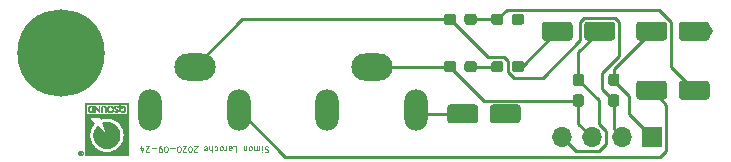
<source format=gbr>
%TF.GenerationSoftware,KiCad,Pcbnew,(5.1.6-0-10_14)*%
%TF.CreationDate,2020-09-24T20:20:29-04:00*%
%TF.ProjectId,zn-2 stereo breakout,7a6e2d32-2073-4746-9572-656f20627265,rev?*%
%TF.SameCoordinates,Original*%
%TF.FileFunction,Copper,L1,Top*%
%TF.FilePolarity,Positive*%
%FSLAX46Y46*%
G04 Gerber Fmt 4.6, Leading zero omitted, Abs format (unit mm)*
G04 Created by KiCad (PCBNEW (5.1.6-0-10_14)) date 2020-09-24 20:20:29*
%MOMM*%
%LPD*%
G01*
G04 APERTURE LIST*
%TA.AperFunction,NonConductor*%
%ADD10C,0.125000*%
%TD*%
%TA.AperFunction,EtchedComponent*%
%ADD11C,0.010000*%
%TD*%
%TA.AperFunction,ComponentPad*%
%ADD12C,7.400000*%
%TD*%
%TA.AperFunction,ComponentPad*%
%ADD13C,0.800000*%
%TD*%
%TA.AperFunction,ComponentPad*%
%ADD14R,1.700000X1.700000*%
%TD*%
%TA.AperFunction,ComponentPad*%
%ADD15O,1.700000X1.700000*%
%TD*%
%TA.AperFunction,ComponentPad*%
%ADD16O,2.000000X3.500000*%
%TD*%
%TA.AperFunction,ComponentPad*%
%ADD17O,3.500000X2.300000*%
%TD*%
%TA.AperFunction,ViaPad*%
%ADD18C,0.800000*%
%TD*%
%TA.AperFunction,Conductor*%
%ADD19C,0.250000*%
%TD*%
G04 APERTURE END LIST*
D10*
X117716666Y-54766619D02*
X117645238Y-54742809D01*
X117526190Y-54742809D01*
X117478571Y-54766619D01*
X117454761Y-54790428D01*
X117430952Y-54838047D01*
X117430952Y-54885666D01*
X117454761Y-54933285D01*
X117478571Y-54957095D01*
X117526190Y-54980904D01*
X117621428Y-55004714D01*
X117669047Y-55028523D01*
X117692857Y-55052333D01*
X117716666Y-55099952D01*
X117716666Y-55147571D01*
X117692857Y-55195190D01*
X117669047Y-55219000D01*
X117621428Y-55242809D01*
X117502380Y-55242809D01*
X117430952Y-55219000D01*
X117216666Y-54742809D02*
X117216666Y-55076142D01*
X117216666Y-55242809D02*
X117240476Y-55219000D01*
X117216666Y-55195190D01*
X117192857Y-55219000D01*
X117216666Y-55242809D01*
X117216666Y-55195190D01*
X116978571Y-54742809D02*
X116978571Y-55076142D01*
X116978571Y-55028523D02*
X116954761Y-55052333D01*
X116907142Y-55076142D01*
X116835714Y-55076142D01*
X116788095Y-55052333D01*
X116764285Y-55004714D01*
X116764285Y-54742809D01*
X116764285Y-55004714D02*
X116740476Y-55052333D01*
X116692857Y-55076142D01*
X116621428Y-55076142D01*
X116573809Y-55052333D01*
X116550000Y-55004714D01*
X116550000Y-54742809D01*
X116240476Y-54742809D02*
X116288095Y-54766619D01*
X116311904Y-54790428D01*
X116335714Y-54838047D01*
X116335714Y-54980904D01*
X116311904Y-55028523D01*
X116288095Y-55052333D01*
X116240476Y-55076142D01*
X116169047Y-55076142D01*
X116121428Y-55052333D01*
X116097619Y-55028523D01*
X116073809Y-54980904D01*
X116073809Y-54838047D01*
X116097619Y-54790428D01*
X116121428Y-54766619D01*
X116169047Y-54742809D01*
X116240476Y-54742809D01*
X115859523Y-55076142D02*
X115859523Y-54742809D01*
X115859523Y-55028523D02*
X115835714Y-55052333D01*
X115788095Y-55076142D01*
X115716666Y-55076142D01*
X115669047Y-55052333D01*
X115645238Y-55004714D01*
X115645238Y-54742809D01*
X114788095Y-54742809D02*
X115026190Y-54742809D01*
X115026190Y-55242809D01*
X114407142Y-54742809D02*
X114407142Y-55004714D01*
X114430952Y-55052333D01*
X114478571Y-55076142D01*
X114573809Y-55076142D01*
X114621428Y-55052333D01*
X114407142Y-54766619D02*
X114454761Y-54742809D01*
X114573809Y-54742809D01*
X114621428Y-54766619D01*
X114645238Y-54814238D01*
X114645238Y-54861857D01*
X114621428Y-54909476D01*
X114573809Y-54933285D01*
X114454761Y-54933285D01*
X114407142Y-54957095D01*
X114169047Y-54742809D02*
X114169047Y-55076142D01*
X114169047Y-54980904D02*
X114145238Y-55028523D01*
X114121428Y-55052333D01*
X114073809Y-55076142D01*
X114026190Y-55076142D01*
X113788095Y-54742809D02*
X113835714Y-54766619D01*
X113859523Y-54790428D01*
X113883333Y-54838047D01*
X113883333Y-54980904D01*
X113859523Y-55028523D01*
X113835714Y-55052333D01*
X113788095Y-55076142D01*
X113716666Y-55076142D01*
X113669047Y-55052333D01*
X113645238Y-55028523D01*
X113621428Y-54980904D01*
X113621428Y-54838047D01*
X113645238Y-54790428D01*
X113669047Y-54766619D01*
X113716666Y-54742809D01*
X113788095Y-54742809D01*
X113192857Y-54766619D02*
X113240476Y-54742809D01*
X113335714Y-54742809D01*
X113383333Y-54766619D01*
X113407142Y-54790428D01*
X113430952Y-54838047D01*
X113430952Y-54980904D01*
X113407142Y-55028523D01*
X113383333Y-55052333D01*
X113335714Y-55076142D01*
X113240476Y-55076142D01*
X113192857Y-55052333D01*
X112978571Y-54742809D02*
X112978571Y-55242809D01*
X112764285Y-54742809D02*
X112764285Y-55004714D01*
X112788095Y-55052333D01*
X112835714Y-55076142D01*
X112907142Y-55076142D01*
X112954761Y-55052333D01*
X112978571Y-55028523D01*
X112335714Y-54766619D02*
X112383333Y-54742809D01*
X112478571Y-54742809D01*
X112526190Y-54766619D01*
X112550000Y-54814238D01*
X112550000Y-55004714D01*
X112526190Y-55052333D01*
X112478571Y-55076142D01*
X112383333Y-55076142D01*
X112335714Y-55052333D01*
X112311904Y-55004714D01*
X112311904Y-54957095D01*
X112550000Y-54909476D01*
X111740476Y-55195190D02*
X111716666Y-55219000D01*
X111669047Y-55242809D01*
X111550000Y-55242809D01*
X111502380Y-55219000D01*
X111478571Y-55195190D01*
X111454761Y-55147571D01*
X111454761Y-55099952D01*
X111478571Y-55028523D01*
X111764285Y-54742809D01*
X111454761Y-54742809D01*
X111145238Y-55242809D02*
X111097619Y-55242809D01*
X111050000Y-55219000D01*
X111026190Y-55195190D01*
X111002380Y-55147571D01*
X110978571Y-55052333D01*
X110978571Y-54933285D01*
X111002380Y-54838047D01*
X111026190Y-54790428D01*
X111050000Y-54766619D01*
X111097619Y-54742809D01*
X111145238Y-54742809D01*
X111192857Y-54766619D01*
X111216666Y-54790428D01*
X111240476Y-54838047D01*
X111264285Y-54933285D01*
X111264285Y-55052333D01*
X111240476Y-55147571D01*
X111216666Y-55195190D01*
X111192857Y-55219000D01*
X111145238Y-55242809D01*
X110788095Y-55195190D02*
X110764285Y-55219000D01*
X110716666Y-55242809D01*
X110597619Y-55242809D01*
X110550000Y-55219000D01*
X110526190Y-55195190D01*
X110502380Y-55147571D01*
X110502380Y-55099952D01*
X110526190Y-55028523D01*
X110811904Y-54742809D01*
X110502380Y-54742809D01*
X110192857Y-55242809D02*
X110145238Y-55242809D01*
X110097619Y-55219000D01*
X110073809Y-55195190D01*
X110050000Y-55147571D01*
X110026190Y-55052333D01*
X110026190Y-54933285D01*
X110050000Y-54838047D01*
X110073809Y-54790428D01*
X110097619Y-54766619D01*
X110145238Y-54742809D01*
X110192857Y-54742809D01*
X110240476Y-54766619D01*
X110264285Y-54790428D01*
X110288095Y-54838047D01*
X110311904Y-54933285D01*
X110311904Y-55052333D01*
X110288095Y-55147571D01*
X110264285Y-55195190D01*
X110240476Y-55219000D01*
X110192857Y-55242809D01*
X109811904Y-54933285D02*
X109430952Y-54933285D01*
X109097619Y-55242809D02*
X109050000Y-55242809D01*
X109002380Y-55219000D01*
X108978571Y-55195190D01*
X108954761Y-55147571D01*
X108930952Y-55052333D01*
X108930952Y-54933285D01*
X108954761Y-54838047D01*
X108978571Y-54790428D01*
X109002380Y-54766619D01*
X109050000Y-54742809D01*
X109097619Y-54742809D01*
X109145238Y-54766619D01*
X109169047Y-54790428D01*
X109192857Y-54838047D01*
X109216666Y-54933285D01*
X109216666Y-55052333D01*
X109192857Y-55147571D01*
X109169047Y-55195190D01*
X109145238Y-55219000D01*
X109097619Y-55242809D01*
X108692857Y-54742809D02*
X108597619Y-54742809D01*
X108550000Y-54766619D01*
X108526190Y-54790428D01*
X108478571Y-54861857D01*
X108454761Y-54957095D01*
X108454761Y-55147571D01*
X108478571Y-55195190D01*
X108502380Y-55219000D01*
X108550000Y-55242809D01*
X108645238Y-55242809D01*
X108692857Y-55219000D01*
X108716666Y-55195190D01*
X108740476Y-55147571D01*
X108740476Y-55028523D01*
X108716666Y-54980904D01*
X108692857Y-54957095D01*
X108645238Y-54933285D01*
X108550000Y-54933285D01*
X108502380Y-54957095D01*
X108478571Y-54980904D01*
X108454761Y-55028523D01*
X108240476Y-54933285D02*
X107859523Y-54933285D01*
X107645238Y-55195190D02*
X107621428Y-55219000D01*
X107573809Y-55242809D01*
X107454761Y-55242809D01*
X107407142Y-55219000D01*
X107383333Y-55195190D01*
X107359523Y-55147571D01*
X107359523Y-55099952D01*
X107383333Y-55028523D01*
X107669047Y-54742809D01*
X107359523Y-54742809D01*
X106930952Y-55076142D02*
X106930952Y-54742809D01*
X107050000Y-55266619D02*
X107169047Y-54909476D01*
X106859523Y-54909476D01*
D11*
%TO.C,G\u002A\u002A\u002A*%
G36*
X102237240Y-51055440D02*
G01*
X105826260Y-51055440D01*
X105826260Y-51997780D01*
X105739900Y-51997780D01*
X105739900Y-51141797D01*
X104032385Y-51142434D01*
X102324870Y-51143070D01*
X102323586Y-51997780D01*
X105739900Y-51997780D01*
X105826260Y-51997780D01*
X105826260Y-53738349D01*
X105488395Y-53738349D01*
X105488093Y-53727520D01*
X105482966Y-53643566D01*
X105472882Y-53560369D01*
X105457935Y-53478133D01*
X105438218Y-53397064D01*
X105413823Y-53317365D01*
X105384844Y-53239243D01*
X105351375Y-53162901D01*
X105313508Y-53088544D01*
X105271336Y-53016377D01*
X105224954Y-52946606D01*
X105174453Y-52879434D01*
X105119928Y-52815067D01*
X105061471Y-52753708D01*
X105031991Y-52725337D01*
X104981726Y-52680208D01*
X104930877Y-52638465D01*
X104878416Y-52599356D01*
X104823313Y-52562127D01*
X104764541Y-52526025D01*
X104741680Y-52512815D01*
X104735723Y-52509586D01*
X104726182Y-52504604D01*
X104714026Y-52498366D01*
X104700224Y-52491370D01*
X104687070Y-52484774D01*
X104610816Y-52449293D01*
X104533809Y-52418603D01*
X104455686Y-52392603D01*
X104376080Y-52371191D01*
X104294627Y-52354266D01*
X104210963Y-52341727D01*
X104148590Y-52335310D01*
X104131625Y-52334203D01*
X104110779Y-52333346D01*
X104087070Y-52332742D01*
X104061515Y-52332388D01*
X104035129Y-52332286D01*
X104008930Y-52332435D01*
X103983934Y-52332836D01*
X103961156Y-52333488D01*
X103941615Y-52334392D01*
X103928880Y-52335307D01*
X103853936Y-52343760D01*
X103780199Y-52355573D01*
X103708534Y-52370576D01*
X103639806Y-52388597D01*
X103604340Y-52399484D01*
X103591144Y-52403696D01*
X103579761Y-52407215D01*
X103571012Y-52409796D01*
X103565716Y-52411194D01*
X103564507Y-52411347D01*
X103563535Y-52408842D01*
X103561087Y-52402111D01*
X103557366Y-52391727D01*
X103552575Y-52378258D01*
X103546918Y-52362276D01*
X103540598Y-52344349D01*
X103536406Y-52332425D01*
X103508974Y-52254320D01*
X102482350Y-52254506D01*
X102497448Y-52268732D01*
X102501086Y-52272211D01*
X102508140Y-52279009D01*
X102518386Y-52288907D01*
X102531595Y-52301686D01*
X102547541Y-52317124D01*
X102565997Y-52335002D01*
X102586737Y-52355101D01*
X102609533Y-52377201D01*
X102634160Y-52401082D01*
X102660389Y-52426524D01*
X102687995Y-52453307D01*
X102716750Y-52481212D01*
X102746428Y-52510018D01*
X102759827Y-52523025D01*
X103007108Y-52763094D01*
X102999905Y-52770962D01*
X102995215Y-52776034D01*
X102988088Y-52783682D01*
X102979571Y-52792784D01*
X102972402Y-52800420D01*
X102922757Y-52856631D01*
X102875551Y-52916917D01*
X102831080Y-52980751D01*
X102789638Y-53047604D01*
X102751520Y-53116946D01*
X102717020Y-53188250D01*
X102686434Y-53260987D01*
X102660055Y-53334628D01*
X102642621Y-53392240D01*
X102627043Y-53453590D01*
X102614127Y-53516222D01*
X102603671Y-53581253D01*
X102595472Y-53649794D01*
X102595318Y-53651320D01*
X102594026Y-53667536D01*
X102592937Y-53687803D01*
X102592063Y-53711096D01*
X102591416Y-53736390D01*
X102591010Y-53762661D01*
X102590857Y-53788883D01*
X102590971Y-53814030D01*
X102591364Y-53837079D01*
X102592049Y-53857004D01*
X102592618Y-53867220D01*
X102599017Y-53940159D01*
X102608340Y-54009969D01*
X102620821Y-54077833D01*
X102636697Y-54144935D01*
X102656202Y-54212457D01*
X102669290Y-54252333D01*
X102698651Y-54330398D01*
X102732690Y-54406741D01*
X102771220Y-54481109D01*
X102814055Y-54553245D01*
X102861008Y-54622896D01*
X102911893Y-54689805D01*
X102966524Y-54753719D01*
X103024714Y-54814382D01*
X103086277Y-54871538D01*
X103151027Y-54924934D01*
X103173168Y-54941765D01*
X103243753Y-54991211D01*
X103316508Y-55036099D01*
X103391281Y-55076391D01*
X103467921Y-55112049D01*
X103546276Y-55143033D01*
X103626194Y-55169306D01*
X103707525Y-55190829D01*
X103790116Y-55207562D01*
X103873816Y-55219468D01*
X103958473Y-55226508D01*
X104043937Y-55228643D01*
X104130056Y-55225835D01*
X104216677Y-55218045D01*
X104243840Y-55214580D01*
X104323649Y-55201163D01*
X104403114Y-55182820D01*
X104481894Y-55159705D01*
X104559650Y-55131970D01*
X104636042Y-55099771D01*
X104710731Y-55063261D01*
X104783376Y-55022593D01*
X104853639Y-54977922D01*
X104921180Y-54929400D01*
X104981710Y-54880564D01*
X104996150Y-54867804D01*
X105013107Y-54852091D01*
X105031857Y-54834156D01*
X105051674Y-54814731D01*
X105071830Y-54794549D01*
X105091601Y-54774341D01*
X105110261Y-54754839D01*
X105127082Y-54736775D01*
X105141340Y-54720882D01*
X105149131Y-54711770D01*
X105203305Y-54642918D01*
X105252751Y-54572244D01*
X105297516Y-54499668D01*
X105337643Y-54425107D01*
X105373179Y-54348480D01*
X105404168Y-54269705D01*
X105419553Y-54224624D01*
X105442599Y-54145916D01*
X105460939Y-54066831D01*
X105474631Y-53986950D01*
X105483732Y-53905855D01*
X105488301Y-53823127D01*
X105488395Y-53738349D01*
X105826260Y-53738349D01*
X105826260Y-55508060D01*
X102237240Y-55508060D01*
X102237240Y-51055440D01*
G37*
X102237240Y-51055440D02*
X105826260Y-51055440D01*
X105826260Y-51997780D01*
X105739900Y-51997780D01*
X105739900Y-51141797D01*
X104032385Y-51142434D01*
X102324870Y-51143070D01*
X102323586Y-51997780D01*
X105739900Y-51997780D01*
X105826260Y-51997780D01*
X105826260Y-53738349D01*
X105488395Y-53738349D01*
X105488093Y-53727520D01*
X105482966Y-53643566D01*
X105472882Y-53560369D01*
X105457935Y-53478133D01*
X105438218Y-53397064D01*
X105413823Y-53317365D01*
X105384844Y-53239243D01*
X105351375Y-53162901D01*
X105313508Y-53088544D01*
X105271336Y-53016377D01*
X105224954Y-52946606D01*
X105174453Y-52879434D01*
X105119928Y-52815067D01*
X105061471Y-52753708D01*
X105031991Y-52725337D01*
X104981726Y-52680208D01*
X104930877Y-52638465D01*
X104878416Y-52599356D01*
X104823313Y-52562127D01*
X104764541Y-52526025D01*
X104741680Y-52512815D01*
X104735723Y-52509586D01*
X104726182Y-52504604D01*
X104714026Y-52498366D01*
X104700224Y-52491370D01*
X104687070Y-52484774D01*
X104610816Y-52449293D01*
X104533809Y-52418603D01*
X104455686Y-52392603D01*
X104376080Y-52371191D01*
X104294627Y-52354266D01*
X104210963Y-52341727D01*
X104148590Y-52335310D01*
X104131625Y-52334203D01*
X104110779Y-52333346D01*
X104087070Y-52332742D01*
X104061515Y-52332388D01*
X104035129Y-52332286D01*
X104008930Y-52332435D01*
X103983934Y-52332836D01*
X103961156Y-52333488D01*
X103941615Y-52334392D01*
X103928880Y-52335307D01*
X103853936Y-52343760D01*
X103780199Y-52355573D01*
X103708534Y-52370576D01*
X103639806Y-52388597D01*
X103604340Y-52399484D01*
X103591144Y-52403696D01*
X103579761Y-52407215D01*
X103571012Y-52409796D01*
X103565716Y-52411194D01*
X103564507Y-52411347D01*
X103563535Y-52408842D01*
X103561087Y-52402111D01*
X103557366Y-52391727D01*
X103552575Y-52378258D01*
X103546918Y-52362276D01*
X103540598Y-52344349D01*
X103536406Y-52332425D01*
X103508974Y-52254320D01*
X102482350Y-52254506D01*
X102497448Y-52268732D01*
X102501086Y-52272211D01*
X102508140Y-52279009D01*
X102518386Y-52288907D01*
X102531595Y-52301686D01*
X102547541Y-52317124D01*
X102565997Y-52335002D01*
X102586737Y-52355101D01*
X102609533Y-52377201D01*
X102634160Y-52401082D01*
X102660389Y-52426524D01*
X102687995Y-52453307D01*
X102716750Y-52481212D01*
X102746428Y-52510018D01*
X102759827Y-52523025D01*
X103007108Y-52763094D01*
X102999905Y-52770962D01*
X102995215Y-52776034D01*
X102988088Y-52783682D01*
X102979571Y-52792784D01*
X102972402Y-52800420D01*
X102922757Y-52856631D01*
X102875551Y-52916917D01*
X102831080Y-52980751D01*
X102789638Y-53047604D01*
X102751520Y-53116946D01*
X102717020Y-53188250D01*
X102686434Y-53260987D01*
X102660055Y-53334628D01*
X102642621Y-53392240D01*
X102627043Y-53453590D01*
X102614127Y-53516222D01*
X102603671Y-53581253D01*
X102595472Y-53649794D01*
X102595318Y-53651320D01*
X102594026Y-53667536D01*
X102592937Y-53687803D01*
X102592063Y-53711096D01*
X102591416Y-53736390D01*
X102591010Y-53762661D01*
X102590857Y-53788883D01*
X102590971Y-53814030D01*
X102591364Y-53837079D01*
X102592049Y-53857004D01*
X102592618Y-53867220D01*
X102599017Y-53940159D01*
X102608340Y-54009969D01*
X102620821Y-54077833D01*
X102636697Y-54144935D01*
X102656202Y-54212457D01*
X102669290Y-54252333D01*
X102698651Y-54330398D01*
X102732690Y-54406741D01*
X102771220Y-54481109D01*
X102814055Y-54553245D01*
X102861008Y-54622896D01*
X102911893Y-54689805D01*
X102966524Y-54753719D01*
X103024714Y-54814382D01*
X103086277Y-54871538D01*
X103151027Y-54924934D01*
X103173168Y-54941765D01*
X103243753Y-54991211D01*
X103316508Y-55036099D01*
X103391281Y-55076391D01*
X103467921Y-55112049D01*
X103546276Y-55143033D01*
X103626194Y-55169306D01*
X103707525Y-55190829D01*
X103790116Y-55207562D01*
X103873816Y-55219468D01*
X103958473Y-55226508D01*
X104043937Y-55228643D01*
X104130056Y-55225835D01*
X104216677Y-55218045D01*
X104243840Y-55214580D01*
X104323649Y-55201163D01*
X104403114Y-55182820D01*
X104481894Y-55159705D01*
X104559650Y-55131970D01*
X104636042Y-55099771D01*
X104710731Y-55063261D01*
X104783376Y-55022593D01*
X104853639Y-54977922D01*
X104921180Y-54929400D01*
X104981710Y-54880564D01*
X104996150Y-54867804D01*
X105013107Y-54852091D01*
X105031857Y-54834156D01*
X105051674Y-54814731D01*
X105071830Y-54794549D01*
X105091601Y-54774341D01*
X105110261Y-54754839D01*
X105127082Y-54736775D01*
X105141340Y-54720882D01*
X105149131Y-54711770D01*
X105203305Y-54642918D01*
X105252751Y-54572244D01*
X105297516Y-54499668D01*
X105337643Y-54425107D01*
X105373179Y-54348480D01*
X105404168Y-54269705D01*
X105419553Y-54224624D01*
X105442599Y-54145916D01*
X105460939Y-54066831D01*
X105474631Y-53986950D01*
X105483732Y-53905855D01*
X105488301Y-53823127D01*
X105488395Y-53738349D01*
X105826260Y-53738349D01*
X105826260Y-55508060D01*
X102237240Y-55508060D01*
X102237240Y-51055440D01*
G36*
X101811509Y-55516651D02*
G01*
X101780987Y-55508391D01*
X101772868Y-55505336D01*
X101743957Y-55491164D01*
X101718157Y-55473194D01*
X101695729Y-55451832D01*
X101676936Y-55427487D01*
X101662037Y-55400565D01*
X101651295Y-55371473D01*
X101644971Y-55340618D01*
X101643325Y-55308408D01*
X101643487Y-55303722D01*
X101647326Y-55271778D01*
X101655638Y-55241722D01*
X101668067Y-55213864D01*
X101684256Y-55188517D01*
X101703850Y-55165989D01*
X101726492Y-55146592D01*
X101751826Y-55130636D01*
X101779497Y-55118431D01*
X101809149Y-55110289D01*
X101840424Y-55106521D01*
X101868940Y-55107062D01*
X101900579Y-55112173D01*
X101930446Y-55122028D01*
X101958365Y-55136548D01*
X101984159Y-55155652D01*
X101991088Y-55161917D01*
X102010982Y-55182966D01*
X102026954Y-55205215D01*
X102039756Y-55229879D01*
X102049670Y-55256669D01*
X102052089Y-55265038D01*
X102053762Y-55272922D01*
X102054819Y-55281573D01*
X102055393Y-55292242D01*
X102055612Y-55306180D01*
X102055630Y-55313750D01*
X102055626Y-55314481D01*
X102031500Y-55314481D01*
X102029940Y-55288995D01*
X102024989Y-55264996D01*
X102016239Y-55240755D01*
X102011931Y-55231324D01*
X101997748Y-55207459D01*
X101979488Y-55185874D01*
X101957858Y-55167145D01*
X101933568Y-55151849D01*
X101907326Y-55140560D01*
X101896298Y-55137259D01*
X101876755Y-55133701D01*
X101854678Y-55132238D01*
X101832161Y-55132875D01*
X101811296Y-55135612D01*
X101804484Y-55137140D01*
X101776462Y-55146862D01*
X101750707Y-55160931D01*
X101727616Y-55178970D01*
X101707585Y-55200605D01*
X101691011Y-55225458D01*
X101678289Y-55253154D01*
X101676336Y-55258717D01*
X101673642Y-55267343D01*
X101671804Y-55275117D01*
X101670663Y-55283376D01*
X101670062Y-55293460D01*
X101669843Y-55306704D01*
X101669826Y-55313750D01*
X101669928Y-55328749D01*
X101670341Y-55340014D01*
X101671224Y-55348887D01*
X101672739Y-55356713D01*
X101675046Y-55364834D01*
X101676426Y-55369067D01*
X101688156Y-55396653D01*
X101703644Y-55421254D01*
X101722414Y-55442665D01*
X101743988Y-55460679D01*
X101767890Y-55475089D01*
X101793642Y-55485691D01*
X101820767Y-55492276D01*
X101848789Y-55494639D01*
X101877230Y-55492574D01*
X101905613Y-55485874D01*
X101927090Y-55477446D01*
X101953228Y-55462596D01*
X101976113Y-55444108D01*
X101995453Y-55422439D01*
X102010954Y-55398046D01*
X102022323Y-55371387D01*
X102029268Y-55342917D01*
X102031500Y-55314481D01*
X102055626Y-55314481D01*
X102055525Y-55329563D01*
X102055122Y-55341552D01*
X102054291Y-55350974D01*
X102052902Y-55359082D01*
X102050822Y-55367131D01*
X102049679Y-55370900D01*
X102037794Y-55401028D01*
X102022112Y-55428255D01*
X102003061Y-55452375D01*
X101981073Y-55473177D01*
X101956576Y-55490454D01*
X101930000Y-55503997D01*
X101901776Y-55513597D01*
X101872333Y-55519045D01*
X101842101Y-55520132D01*
X101811509Y-55516651D01*
G37*
X101811509Y-55516651D02*
X101780987Y-55508391D01*
X101772868Y-55505336D01*
X101743957Y-55491164D01*
X101718157Y-55473194D01*
X101695729Y-55451832D01*
X101676936Y-55427487D01*
X101662037Y-55400565D01*
X101651295Y-55371473D01*
X101644971Y-55340618D01*
X101643325Y-55308408D01*
X101643487Y-55303722D01*
X101647326Y-55271778D01*
X101655638Y-55241722D01*
X101668067Y-55213864D01*
X101684256Y-55188517D01*
X101703850Y-55165989D01*
X101726492Y-55146592D01*
X101751826Y-55130636D01*
X101779497Y-55118431D01*
X101809149Y-55110289D01*
X101840424Y-55106521D01*
X101868940Y-55107062D01*
X101900579Y-55112173D01*
X101930446Y-55122028D01*
X101958365Y-55136548D01*
X101984159Y-55155652D01*
X101991088Y-55161917D01*
X102010982Y-55182966D01*
X102026954Y-55205215D01*
X102039756Y-55229879D01*
X102049670Y-55256669D01*
X102052089Y-55265038D01*
X102053762Y-55272922D01*
X102054819Y-55281573D01*
X102055393Y-55292242D01*
X102055612Y-55306180D01*
X102055630Y-55313750D01*
X102055626Y-55314481D01*
X102031500Y-55314481D01*
X102029940Y-55288995D01*
X102024989Y-55264996D01*
X102016239Y-55240755D01*
X102011931Y-55231324D01*
X101997748Y-55207459D01*
X101979488Y-55185874D01*
X101957858Y-55167145D01*
X101933568Y-55151849D01*
X101907326Y-55140560D01*
X101896298Y-55137259D01*
X101876755Y-55133701D01*
X101854678Y-55132238D01*
X101832161Y-55132875D01*
X101811296Y-55135612D01*
X101804484Y-55137140D01*
X101776462Y-55146862D01*
X101750707Y-55160931D01*
X101727616Y-55178970D01*
X101707585Y-55200605D01*
X101691011Y-55225458D01*
X101678289Y-55253154D01*
X101676336Y-55258717D01*
X101673642Y-55267343D01*
X101671804Y-55275117D01*
X101670663Y-55283376D01*
X101670062Y-55293460D01*
X101669843Y-55306704D01*
X101669826Y-55313750D01*
X101669928Y-55328749D01*
X101670341Y-55340014D01*
X101671224Y-55348887D01*
X101672739Y-55356713D01*
X101675046Y-55364834D01*
X101676426Y-55369067D01*
X101688156Y-55396653D01*
X101703644Y-55421254D01*
X101722414Y-55442665D01*
X101743988Y-55460679D01*
X101767890Y-55475089D01*
X101793642Y-55485691D01*
X101820767Y-55492276D01*
X101848789Y-55494639D01*
X101877230Y-55492574D01*
X101905613Y-55485874D01*
X101927090Y-55477446D01*
X101953228Y-55462596D01*
X101976113Y-55444108D01*
X101995453Y-55422439D01*
X102010954Y-55398046D01*
X102022323Y-55371387D01*
X102029268Y-55342917D01*
X102031500Y-55314481D01*
X102055626Y-55314481D01*
X102055525Y-55329563D01*
X102055122Y-55341552D01*
X102054291Y-55350974D01*
X102052902Y-55359082D01*
X102050822Y-55367131D01*
X102049679Y-55370900D01*
X102037794Y-55401028D01*
X102022112Y-55428255D01*
X102003061Y-55452375D01*
X101981073Y-55473177D01*
X101956576Y-55490454D01*
X101930000Y-55503997D01*
X101901776Y-55513597D01*
X101872333Y-55519045D01*
X101842101Y-55520132D01*
X101811509Y-55516651D01*
G36*
X105344965Y-51842739D02*
G01*
X105318841Y-51839864D01*
X105292899Y-51835292D01*
X105268486Y-51829241D01*
X105246948Y-51821929D01*
X105236396Y-51817242D01*
X105203020Y-51798271D01*
X105173838Y-51776486D01*
X105148714Y-51751732D01*
X105127514Y-51723853D01*
X105110101Y-51692692D01*
X105096340Y-51658095D01*
X105095300Y-51654880D01*
X105088930Y-51632605D01*
X105084822Y-51612162D01*
X105082725Y-51591604D01*
X105082385Y-51568981D01*
X105082736Y-51557667D01*
X105085991Y-51522445D01*
X105092811Y-51490481D01*
X105103452Y-51461181D01*
X105118168Y-51433949D01*
X105137215Y-51408192D01*
X105155054Y-51388926D01*
X105176065Y-51368082D01*
X105126321Y-51315901D01*
X105076576Y-51263720D01*
X105154762Y-51263720D01*
X105188636Y-51299476D01*
X105202249Y-51313591D01*
X105212764Y-51323915D01*
X105220320Y-51330574D01*
X105225054Y-51333693D01*
X105226570Y-51333926D01*
X105230628Y-51332413D01*
X105238073Y-51329461D01*
X105247606Y-51325590D01*
X105252441Y-51323598D01*
X105280511Y-51314064D01*
X105311364Y-51307224D01*
X105343348Y-51303302D01*
X105374810Y-51302521D01*
X105397000Y-51304121D01*
X105426393Y-51308632D01*
X105452167Y-51314851D01*
X105475630Y-51323236D01*
X105498088Y-51334245D01*
X105518486Y-51346753D01*
X105547143Y-51368778D01*
X105572153Y-51394083D01*
X105593353Y-51422254D01*
X105610581Y-51452877D01*
X105623676Y-51485536D01*
X105632474Y-51519818D01*
X105636815Y-51555307D01*
X105636635Y-51578680D01*
X105571473Y-51578680D01*
X105571315Y-51549722D01*
X105568157Y-51523677D01*
X105561730Y-51499173D01*
X105551761Y-51474839D01*
X105550381Y-51472000D01*
X105544915Y-51461414D01*
X105539690Y-51452736D01*
X105533763Y-51444726D01*
X105526191Y-51436144D01*
X105516030Y-51425750D01*
X105512719Y-51422470D01*
X105490181Y-51402131D01*
X105468024Y-51386303D01*
X105445360Y-51374638D01*
X105421297Y-51366789D01*
X105394946Y-51362406D01*
X105365416Y-51361143D01*
X105356360Y-51361303D01*
X105339793Y-51362062D01*
X105326439Y-51363419D01*
X105314445Y-51365635D01*
X105302087Y-51368930D01*
X105290979Y-51372121D01*
X105282421Y-51374684D01*
X105276498Y-51377133D01*
X105273292Y-51379981D01*
X105272889Y-51383742D01*
X105275372Y-51388927D01*
X105280825Y-51396051D01*
X105289333Y-51405627D01*
X105300980Y-51418167D01*
X105312120Y-51430146D01*
X105324655Y-51443743D01*
X105336442Y-51456618D01*
X105346912Y-51468144D01*
X105355501Y-51477697D01*
X105361639Y-51484648D01*
X105364373Y-51487875D01*
X105372027Y-51497400D01*
X105296266Y-51497400D01*
X105258885Y-51456760D01*
X105247841Y-51444855D01*
X105237896Y-51434326D01*
X105229577Y-51425717D01*
X105223409Y-51419567D01*
X105219919Y-51416418D01*
X105219390Y-51416120D01*
X105216107Y-51418018D01*
X105210582Y-51423119D01*
X105203582Y-51430533D01*
X105195876Y-51439372D01*
X105188232Y-51448746D01*
X105181418Y-51457765D01*
X105176202Y-51465541D01*
X105175147Y-51467349D01*
X105170123Y-51477568D01*
X105164803Y-51490331D01*
X105160156Y-51503266D01*
X105159201Y-51506290D01*
X105156454Y-51515772D01*
X105154526Y-51524052D01*
X105153270Y-51532421D01*
X105152538Y-51542170D01*
X105152180Y-51554589D01*
X105152060Y-51568520D01*
X105152259Y-51588645D01*
X105153241Y-51605079D01*
X105155293Y-51619185D01*
X105158704Y-51632329D01*
X105163762Y-51645875D01*
X105170754Y-51661187D01*
X105172288Y-51664333D01*
X105188831Y-51692791D01*
X105208655Y-51717691D01*
X105231472Y-51738778D01*
X105256994Y-51755798D01*
X105284932Y-51768495D01*
X105293272Y-51771280D01*
X105313106Y-51776216D01*
X105335481Y-51779852D01*
X105357948Y-51781847D01*
X105371148Y-51782108D01*
X105392305Y-51780579D01*
X105412969Y-51776338D01*
X105434498Y-51769025D01*
X105455420Y-51759670D01*
X105467325Y-51753721D01*
X105476601Y-51748574D01*
X105484485Y-51743320D01*
X105492218Y-51737049D01*
X105501037Y-51728854D01*
X105511444Y-51718563D01*
X105522809Y-51706949D01*
X105531261Y-51697616D01*
X105537660Y-51689445D01*
X105542868Y-51681317D01*
X105547746Y-51672112D01*
X105548730Y-51670101D01*
X105558191Y-51648670D01*
X105564752Y-51628774D01*
X105568901Y-51608447D01*
X105571128Y-51585724D01*
X105571473Y-51578680D01*
X105636635Y-51578680D01*
X105636535Y-51591588D01*
X105631474Y-51628248D01*
X105630421Y-51633177D01*
X105623460Y-51658521D01*
X105613984Y-51682389D01*
X105601428Y-51705926D01*
X105585226Y-51730275D01*
X105577029Y-51741240D01*
X105554530Y-51766433D01*
X105528288Y-51788724D01*
X105498956Y-51807755D01*
X105467190Y-51823167D01*
X105433644Y-51834602D01*
X105398973Y-51841699D01*
X105392368Y-51842522D01*
X105369923Y-51843697D01*
X105344965Y-51842739D01*
G37*
X105344965Y-51842739D02*
X105318841Y-51839864D01*
X105292899Y-51835292D01*
X105268486Y-51829241D01*
X105246948Y-51821929D01*
X105236396Y-51817242D01*
X105203020Y-51798271D01*
X105173838Y-51776486D01*
X105148714Y-51751732D01*
X105127514Y-51723853D01*
X105110101Y-51692692D01*
X105096340Y-51658095D01*
X105095300Y-51654880D01*
X105088930Y-51632605D01*
X105084822Y-51612162D01*
X105082725Y-51591604D01*
X105082385Y-51568981D01*
X105082736Y-51557667D01*
X105085991Y-51522445D01*
X105092811Y-51490481D01*
X105103452Y-51461181D01*
X105118168Y-51433949D01*
X105137215Y-51408192D01*
X105155054Y-51388926D01*
X105176065Y-51368082D01*
X105126321Y-51315901D01*
X105076576Y-51263720D01*
X105154762Y-51263720D01*
X105188636Y-51299476D01*
X105202249Y-51313591D01*
X105212764Y-51323915D01*
X105220320Y-51330574D01*
X105225054Y-51333693D01*
X105226570Y-51333926D01*
X105230628Y-51332413D01*
X105238073Y-51329461D01*
X105247606Y-51325590D01*
X105252441Y-51323598D01*
X105280511Y-51314064D01*
X105311364Y-51307224D01*
X105343348Y-51303302D01*
X105374810Y-51302521D01*
X105397000Y-51304121D01*
X105426393Y-51308632D01*
X105452167Y-51314851D01*
X105475630Y-51323236D01*
X105498088Y-51334245D01*
X105518486Y-51346753D01*
X105547143Y-51368778D01*
X105572153Y-51394083D01*
X105593353Y-51422254D01*
X105610581Y-51452877D01*
X105623676Y-51485536D01*
X105632474Y-51519818D01*
X105636815Y-51555307D01*
X105636635Y-51578680D01*
X105571473Y-51578680D01*
X105571315Y-51549722D01*
X105568157Y-51523677D01*
X105561730Y-51499173D01*
X105551761Y-51474839D01*
X105550381Y-51472000D01*
X105544915Y-51461414D01*
X105539690Y-51452736D01*
X105533763Y-51444726D01*
X105526191Y-51436144D01*
X105516030Y-51425750D01*
X105512719Y-51422470D01*
X105490181Y-51402131D01*
X105468024Y-51386303D01*
X105445360Y-51374638D01*
X105421297Y-51366789D01*
X105394946Y-51362406D01*
X105365416Y-51361143D01*
X105356360Y-51361303D01*
X105339793Y-51362062D01*
X105326439Y-51363419D01*
X105314445Y-51365635D01*
X105302087Y-51368930D01*
X105290979Y-51372121D01*
X105282421Y-51374684D01*
X105276498Y-51377133D01*
X105273292Y-51379981D01*
X105272889Y-51383742D01*
X105275372Y-51388927D01*
X105280825Y-51396051D01*
X105289333Y-51405627D01*
X105300980Y-51418167D01*
X105312120Y-51430146D01*
X105324655Y-51443743D01*
X105336442Y-51456618D01*
X105346912Y-51468144D01*
X105355501Y-51477697D01*
X105361639Y-51484648D01*
X105364373Y-51487875D01*
X105372027Y-51497400D01*
X105296266Y-51497400D01*
X105258885Y-51456760D01*
X105247841Y-51444855D01*
X105237896Y-51434326D01*
X105229577Y-51425717D01*
X105223409Y-51419567D01*
X105219919Y-51416418D01*
X105219390Y-51416120D01*
X105216107Y-51418018D01*
X105210582Y-51423119D01*
X105203582Y-51430533D01*
X105195876Y-51439372D01*
X105188232Y-51448746D01*
X105181418Y-51457765D01*
X105176202Y-51465541D01*
X105175147Y-51467349D01*
X105170123Y-51477568D01*
X105164803Y-51490331D01*
X105160156Y-51503266D01*
X105159201Y-51506290D01*
X105156454Y-51515772D01*
X105154526Y-51524052D01*
X105153270Y-51532421D01*
X105152538Y-51542170D01*
X105152180Y-51554589D01*
X105152060Y-51568520D01*
X105152259Y-51588645D01*
X105153241Y-51605079D01*
X105155293Y-51619185D01*
X105158704Y-51632329D01*
X105163762Y-51645875D01*
X105170754Y-51661187D01*
X105172288Y-51664333D01*
X105188831Y-51692791D01*
X105208655Y-51717691D01*
X105231472Y-51738778D01*
X105256994Y-51755798D01*
X105284932Y-51768495D01*
X105293272Y-51771280D01*
X105313106Y-51776216D01*
X105335481Y-51779852D01*
X105357948Y-51781847D01*
X105371148Y-51782108D01*
X105392305Y-51780579D01*
X105412969Y-51776338D01*
X105434498Y-51769025D01*
X105455420Y-51759670D01*
X105467325Y-51753721D01*
X105476601Y-51748574D01*
X105484485Y-51743320D01*
X105492218Y-51737049D01*
X105501037Y-51728854D01*
X105511444Y-51718563D01*
X105522809Y-51706949D01*
X105531261Y-51697616D01*
X105537660Y-51689445D01*
X105542868Y-51681317D01*
X105547746Y-51672112D01*
X105548730Y-51670101D01*
X105558191Y-51648670D01*
X105564752Y-51628774D01*
X105568901Y-51608447D01*
X105571128Y-51585724D01*
X105571473Y-51578680D01*
X105636635Y-51578680D01*
X105636535Y-51591588D01*
X105631474Y-51628248D01*
X105630421Y-51633177D01*
X105623460Y-51658521D01*
X105613984Y-51682389D01*
X105601428Y-51705926D01*
X105585226Y-51730275D01*
X105577029Y-51741240D01*
X105554530Y-51766433D01*
X105528288Y-51788724D01*
X105498956Y-51807755D01*
X105467190Y-51823167D01*
X105433644Y-51834602D01*
X105398973Y-51841699D01*
X105392368Y-51842522D01*
X105369923Y-51843697D01*
X105344965Y-51842739D01*
G36*
X104823634Y-51842431D02*
G01*
X104807930Y-51839914D01*
X104805180Y-51839230D01*
X104781765Y-51830789D01*
X104760330Y-51818855D01*
X104741714Y-51804037D01*
X104726759Y-51786944D01*
X104721366Y-51778528D01*
X104713884Y-51765427D01*
X104738516Y-51749524D01*
X104748369Y-51743245D01*
X104756629Y-51738135D01*
X104762390Y-51734745D01*
X104764706Y-51733620D01*
X104766801Y-51735649D01*
X104768976Y-51739570D01*
X104774493Y-51748289D01*
X104783208Y-51758293D01*
X104793874Y-51768414D01*
X104805241Y-51777478D01*
X104816063Y-51784317D01*
X104817424Y-51785011D01*
X104826931Y-51789373D01*
X104834748Y-51791864D01*
X104843101Y-51792970D01*
X104854219Y-51793180D01*
X104854657Y-51793177D01*
X104873299Y-51791651D01*
X104888838Y-51786981D01*
X104902537Y-51778623D01*
X104914396Y-51767432D01*
X104925780Y-51751562D01*
X104932594Y-51734342D01*
X104934839Y-51716489D01*
X104932514Y-51698719D01*
X104925621Y-51681749D01*
X104914305Y-51666447D01*
X104906087Y-51658859D01*
X104895620Y-51651273D01*
X104882391Y-51643410D01*
X104865886Y-51634992D01*
X104845591Y-51625738D01*
X104820992Y-51615371D01*
X104817880Y-51614102D01*
X104797459Y-51605584D01*
X104780946Y-51598118D01*
X104767429Y-51591156D01*
X104755995Y-51584151D01*
X104745732Y-51576554D01*
X104735726Y-51567817D01*
X104727501Y-51559846D01*
X104710671Y-51540686D01*
X104698496Y-51521167D01*
X104690583Y-51500351D01*
X104686540Y-51477299D01*
X104685800Y-51460162D01*
X104688040Y-51430730D01*
X104694634Y-51403708D01*
X104705394Y-51379341D01*
X104720133Y-51357869D01*
X104738664Y-51339537D01*
X104760798Y-51324585D01*
X104786349Y-51313258D01*
X104803211Y-51308309D01*
X104818447Y-51305554D01*
X104836530Y-51303741D01*
X104855446Y-51302960D01*
X104873181Y-51303305D01*
X104885862Y-51304556D01*
X104913473Y-51311138D01*
X104938603Y-51321841D01*
X104960879Y-51336399D01*
X104979926Y-51354543D01*
X104995368Y-51376006D01*
X105001119Y-51386838D01*
X105005749Y-51397036D01*
X105009577Y-51406398D01*
X105011969Y-51413339D01*
X105012339Y-51414850D01*
X105012798Y-51418148D01*
X105012217Y-51420797D01*
X105009876Y-51423388D01*
X105005057Y-51426511D01*
X104997039Y-51430757D01*
X104986589Y-51435978D01*
X104974111Y-51441985D01*
X104965405Y-51445572D01*
X104959811Y-51446802D01*
X104956668Y-51445735D01*
X104955314Y-51442434D01*
X104955079Y-51438909D01*
X104953692Y-51433143D01*
X104950075Y-51424523D01*
X104944929Y-51414346D01*
X104938953Y-51403908D01*
X104932848Y-51394506D01*
X104927313Y-51387436D01*
X104927247Y-51387363D01*
X104918821Y-51379824D01*
X104907970Y-51372278D01*
X104899792Y-51367695D01*
X104890305Y-51363348D01*
X104882036Y-51360642D01*
X104872958Y-51359100D01*
X104861046Y-51358242D01*
X104859514Y-51358171D01*
X104833506Y-51358890D01*
X104810712Y-51363544D01*
X104791130Y-51372132D01*
X104774759Y-51384655D01*
X104761597Y-51401114D01*
X104756379Y-51410495D01*
X104752402Y-51418995D01*
X104749947Y-51425938D01*
X104748663Y-51433082D01*
X104748199Y-51442188D01*
X104748181Y-51451636D01*
X104748489Y-51464248D01*
X104749427Y-51473526D01*
X104751297Y-51481205D01*
X104754399Y-51489022D01*
X104754806Y-51489917D01*
X104762524Y-51503734D01*
X104772600Y-51516205D01*
X104785541Y-51527701D01*
X104801852Y-51538590D01*
X104822038Y-51549246D01*
X104846605Y-51560037D01*
X104855110Y-51563436D01*
X104874529Y-51571149D01*
X104890046Y-51577584D01*
X104902544Y-51583172D01*
X104912906Y-51588343D01*
X104922012Y-51593528D01*
X104930748Y-51599155D01*
X104936291Y-51603003D01*
X104957274Y-51620640D01*
X104973766Y-51640568D01*
X104985704Y-51662671D01*
X104993027Y-51686833D01*
X104995672Y-51712937D01*
X104995680Y-51714570D01*
X104993351Y-51740175D01*
X104986510Y-51763661D01*
X104975377Y-51784757D01*
X104960173Y-51803195D01*
X104941116Y-51818703D01*
X104918428Y-51831011D01*
X104894080Y-51839397D01*
X104879082Y-51842128D01*
X104861089Y-51843541D01*
X104841980Y-51843641D01*
X104823634Y-51842431D01*
G37*
X104823634Y-51842431D02*
X104807930Y-51839914D01*
X104805180Y-51839230D01*
X104781765Y-51830789D01*
X104760330Y-51818855D01*
X104741714Y-51804037D01*
X104726759Y-51786944D01*
X104721366Y-51778528D01*
X104713884Y-51765427D01*
X104738516Y-51749524D01*
X104748369Y-51743245D01*
X104756629Y-51738135D01*
X104762390Y-51734745D01*
X104764706Y-51733620D01*
X104766801Y-51735649D01*
X104768976Y-51739570D01*
X104774493Y-51748289D01*
X104783208Y-51758293D01*
X104793874Y-51768414D01*
X104805241Y-51777478D01*
X104816063Y-51784317D01*
X104817424Y-51785011D01*
X104826931Y-51789373D01*
X104834748Y-51791864D01*
X104843101Y-51792970D01*
X104854219Y-51793180D01*
X104854657Y-51793177D01*
X104873299Y-51791651D01*
X104888838Y-51786981D01*
X104902537Y-51778623D01*
X104914396Y-51767432D01*
X104925780Y-51751562D01*
X104932594Y-51734342D01*
X104934839Y-51716489D01*
X104932514Y-51698719D01*
X104925621Y-51681749D01*
X104914305Y-51666447D01*
X104906087Y-51658859D01*
X104895620Y-51651273D01*
X104882391Y-51643410D01*
X104865886Y-51634992D01*
X104845591Y-51625738D01*
X104820992Y-51615371D01*
X104817880Y-51614102D01*
X104797459Y-51605584D01*
X104780946Y-51598118D01*
X104767429Y-51591156D01*
X104755995Y-51584151D01*
X104745732Y-51576554D01*
X104735726Y-51567817D01*
X104727501Y-51559846D01*
X104710671Y-51540686D01*
X104698496Y-51521167D01*
X104690583Y-51500351D01*
X104686540Y-51477299D01*
X104685800Y-51460162D01*
X104688040Y-51430730D01*
X104694634Y-51403708D01*
X104705394Y-51379341D01*
X104720133Y-51357869D01*
X104738664Y-51339537D01*
X104760798Y-51324585D01*
X104786349Y-51313258D01*
X104803211Y-51308309D01*
X104818447Y-51305554D01*
X104836530Y-51303741D01*
X104855446Y-51302960D01*
X104873181Y-51303305D01*
X104885862Y-51304556D01*
X104913473Y-51311138D01*
X104938603Y-51321841D01*
X104960879Y-51336399D01*
X104979926Y-51354543D01*
X104995368Y-51376006D01*
X105001119Y-51386838D01*
X105005749Y-51397036D01*
X105009577Y-51406398D01*
X105011969Y-51413339D01*
X105012339Y-51414850D01*
X105012798Y-51418148D01*
X105012217Y-51420797D01*
X105009876Y-51423388D01*
X105005057Y-51426511D01*
X104997039Y-51430757D01*
X104986589Y-51435978D01*
X104974111Y-51441985D01*
X104965405Y-51445572D01*
X104959811Y-51446802D01*
X104956668Y-51445735D01*
X104955314Y-51442434D01*
X104955079Y-51438909D01*
X104953692Y-51433143D01*
X104950075Y-51424523D01*
X104944929Y-51414346D01*
X104938953Y-51403908D01*
X104932848Y-51394506D01*
X104927313Y-51387436D01*
X104927247Y-51387363D01*
X104918821Y-51379824D01*
X104907970Y-51372278D01*
X104899792Y-51367695D01*
X104890305Y-51363348D01*
X104882036Y-51360642D01*
X104872958Y-51359100D01*
X104861046Y-51358242D01*
X104859514Y-51358171D01*
X104833506Y-51358890D01*
X104810712Y-51363544D01*
X104791130Y-51372132D01*
X104774759Y-51384655D01*
X104761597Y-51401114D01*
X104756379Y-51410495D01*
X104752402Y-51418995D01*
X104749947Y-51425938D01*
X104748663Y-51433082D01*
X104748199Y-51442188D01*
X104748181Y-51451636D01*
X104748489Y-51464248D01*
X104749427Y-51473526D01*
X104751297Y-51481205D01*
X104754399Y-51489022D01*
X104754806Y-51489917D01*
X104762524Y-51503734D01*
X104772600Y-51516205D01*
X104785541Y-51527701D01*
X104801852Y-51538590D01*
X104822038Y-51549246D01*
X104846605Y-51560037D01*
X104855110Y-51563436D01*
X104874529Y-51571149D01*
X104890046Y-51577584D01*
X104902544Y-51583172D01*
X104912906Y-51588343D01*
X104922012Y-51593528D01*
X104930748Y-51599155D01*
X104936291Y-51603003D01*
X104957274Y-51620640D01*
X104973766Y-51640568D01*
X104985704Y-51662671D01*
X104993027Y-51686833D01*
X104995672Y-51712937D01*
X104995680Y-51714570D01*
X104993351Y-51740175D01*
X104986510Y-51763661D01*
X104975377Y-51784757D01*
X104960173Y-51803195D01*
X104941116Y-51818703D01*
X104918428Y-51831011D01*
X104894080Y-51839397D01*
X104879082Y-51842128D01*
X104861089Y-51843541D01*
X104841980Y-51843641D01*
X104823634Y-51842431D01*
G36*
X104335687Y-51842772D02*
G01*
X104298217Y-51837522D01*
X104264682Y-51829739D01*
X104234469Y-51819148D01*
X104206962Y-51805474D01*
X104181546Y-51788443D01*
X104157607Y-51767780D01*
X104149216Y-51759382D01*
X104128126Y-51735559D01*
X104111199Y-51711838D01*
X104097701Y-51686971D01*
X104086897Y-51659708D01*
X104082678Y-51646186D01*
X104076145Y-51616174D01*
X104073202Y-51584539D01*
X104073748Y-51552312D01*
X104077682Y-51520526D01*
X104084902Y-51490214D01*
X104095309Y-51462408D01*
X104101939Y-51449296D01*
X104122986Y-51416344D01*
X104146945Y-51387554D01*
X104173846Y-51362902D01*
X104203719Y-51342366D01*
X104236595Y-51325924D01*
X104272504Y-51313552D01*
X104289770Y-51309282D01*
X104302403Y-51307065D01*
X104317772Y-51305196D01*
X104334337Y-51303784D01*
X104350553Y-51302932D01*
X104364878Y-51302749D01*
X104375771Y-51303339D01*
X104375920Y-51303357D01*
X104412314Y-51309593D01*
X104446767Y-51319224D01*
X104478587Y-51331988D01*
X104507077Y-51347625D01*
X104522588Y-51358511D01*
X104548712Y-51381705D01*
X104571621Y-51408183D01*
X104591055Y-51437347D01*
X104606751Y-51468600D01*
X104618448Y-51501343D01*
X104625886Y-51534977D01*
X104628596Y-51566530D01*
X104562848Y-51566530D01*
X104561558Y-51544384D01*
X104558623Y-51524154D01*
X104556513Y-51515180D01*
X104546053Y-51486176D01*
X104531287Y-51458739D01*
X104512783Y-51433618D01*
X104491106Y-51411565D01*
X104466822Y-51393327D01*
X104462464Y-51390653D01*
X104447127Y-51382686D01*
X104428985Y-51375029D01*
X104410160Y-51368476D01*
X104392770Y-51363820D01*
X104388360Y-51362948D01*
X104374141Y-51361417D01*
X104356708Y-51361048D01*
X104337770Y-51361756D01*
X104319037Y-51363454D01*
X104302218Y-51366053D01*
X104294890Y-51367707D01*
X104265448Y-51377884D01*
X104238199Y-51392307D01*
X104213485Y-51410501D01*
X104191650Y-51431991D01*
X104173035Y-51456303D01*
X104157984Y-51482961D01*
X104146838Y-51511492D01*
X104139942Y-51541419D01*
X104137636Y-51572269D01*
X104138094Y-51585030D01*
X104140735Y-51609058D01*
X104145435Y-51630375D01*
X104152734Y-51651118D01*
X104157508Y-51661902D01*
X104173358Y-51690279D01*
X104192807Y-51715232D01*
X104211964Y-51733713D01*
X104233998Y-51750607D01*
X104256395Y-51763692D01*
X104280227Y-51773404D01*
X104306567Y-51780182D01*
X104336190Y-51784434D01*
X104365612Y-51785524D01*
X104392992Y-51782484D01*
X104419533Y-51775098D01*
X104442701Y-51765053D01*
X104472173Y-51747806D01*
X104497554Y-51727571D01*
X104518953Y-51704215D01*
X104536478Y-51677608D01*
X104550238Y-51647621D01*
X104556811Y-51627673D01*
X104560479Y-51609854D01*
X104562490Y-51588913D01*
X104562848Y-51566530D01*
X104628596Y-51566530D01*
X104628801Y-51568906D01*
X104627435Y-51598396D01*
X104621675Y-51633546D01*
X104612399Y-51665585D01*
X104599247Y-51695275D01*
X104581860Y-51723378D01*
X104559879Y-51750656D01*
X104551295Y-51759878D01*
X104525631Y-51783230D01*
X104497116Y-51803171D01*
X104466417Y-51819444D01*
X104434203Y-51831792D01*
X104401143Y-51839958D01*
X104367905Y-51843686D01*
X104335687Y-51842772D01*
G37*
X104335687Y-51842772D02*
X104298217Y-51837522D01*
X104264682Y-51829739D01*
X104234469Y-51819148D01*
X104206962Y-51805474D01*
X104181546Y-51788443D01*
X104157607Y-51767780D01*
X104149216Y-51759382D01*
X104128126Y-51735559D01*
X104111199Y-51711838D01*
X104097701Y-51686971D01*
X104086897Y-51659708D01*
X104082678Y-51646186D01*
X104076145Y-51616174D01*
X104073202Y-51584539D01*
X104073748Y-51552312D01*
X104077682Y-51520526D01*
X104084902Y-51490214D01*
X104095309Y-51462408D01*
X104101939Y-51449296D01*
X104122986Y-51416344D01*
X104146945Y-51387554D01*
X104173846Y-51362902D01*
X104203719Y-51342366D01*
X104236595Y-51325924D01*
X104272504Y-51313552D01*
X104289770Y-51309282D01*
X104302403Y-51307065D01*
X104317772Y-51305196D01*
X104334337Y-51303784D01*
X104350553Y-51302932D01*
X104364878Y-51302749D01*
X104375771Y-51303339D01*
X104375920Y-51303357D01*
X104412314Y-51309593D01*
X104446767Y-51319224D01*
X104478587Y-51331988D01*
X104507077Y-51347625D01*
X104522588Y-51358511D01*
X104548712Y-51381705D01*
X104571621Y-51408183D01*
X104591055Y-51437347D01*
X104606751Y-51468600D01*
X104618448Y-51501343D01*
X104625886Y-51534977D01*
X104628596Y-51566530D01*
X104562848Y-51566530D01*
X104561558Y-51544384D01*
X104558623Y-51524154D01*
X104556513Y-51515180D01*
X104546053Y-51486176D01*
X104531287Y-51458739D01*
X104512783Y-51433618D01*
X104491106Y-51411565D01*
X104466822Y-51393327D01*
X104462464Y-51390653D01*
X104447127Y-51382686D01*
X104428985Y-51375029D01*
X104410160Y-51368476D01*
X104392770Y-51363820D01*
X104388360Y-51362948D01*
X104374141Y-51361417D01*
X104356708Y-51361048D01*
X104337770Y-51361756D01*
X104319037Y-51363454D01*
X104302218Y-51366053D01*
X104294890Y-51367707D01*
X104265448Y-51377884D01*
X104238199Y-51392307D01*
X104213485Y-51410501D01*
X104191650Y-51431991D01*
X104173035Y-51456303D01*
X104157984Y-51482961D01*
X104146838Y-51511492D01*
X104139942Y-51541419D01*
X104137636Y-51572269D01*
X104138094Y-51585030D01*
X104140735Y-51609058D01*
X104145435Y-51630375D01*
X104152734Y-51651118D01*
X104157508Y-51661902D01*
X104173358Y-51690279D01*
X104192807Y-51715232D01*
X104211964Y-51733713D01*
X104233998Y-51750607D01*
X104256395Y-51763692D01*
X104280227Y-51773404D01*
X104306567Y-51780182D01*
X104336190Y-51784434D01*
X104365612Y-51785524D01*
X104392992Y-51782484D01*
X104419533Y-51775098D01*
X104442701Y-51765053D01*
X104472173Y-51747806D01*
X104497554Y-51727571D01*
X104518953Y-51704215D01*
X104536478Y-51677608D01*
X104550238Y-51647621D01*
X104556811Y-51627673D01*
X104560479Y-51609854D01*
X104562490Y-51588913D01*
X104562848Y-51566530D01*
X104628596Y-51566530D01*
X104628801Y-51568906D01*
X104627435Y-51598396D01*
X104621675Y-51633546D01*
X104612399Y-51665585D01*
X104599247Y-51695275D01*
X104581860Y-51723378D01*
X104559879Y-51750656D01*
X104551295Y-51759878D01*
X104525631Y-51783230D01*
X104497116Y-51803171D01*
X104466417Y-51819444D01*
X104434203Y-51831792D01*
X104401143Y-51839958D01*
X104367905Y-51843686D01*
X104335687Y-51842772D01*
G36*
X103910489Y-51649165D02*
G01*
X103910315Y-51613839D01*
X103910141Y-51583221D01*
X103909955Y-51556939D01*
X103909748Y-51534623D01*
X103909511Y-51515899D01*
X103909233Y-51500398D01*
X103908905Y-51487746D01*
X103908516Y-51477572D01*
X103908057Y-51469505D01*
X103907518Y-51463173D01*
X103906889Y-51458204D01*
X103906159Y-51454227D01*
X103905320Y-51450869D01*
X103905188Y-51450410D01*
X103896953Y-51427189D01*
X103886898Y-51408320D01*
X103874630Y-51393281D01*
X103859754Y-51381551D01*
X103848870Y-51375627D01*
X103835106Y-51369797D01*
X103821777Y-51365731D01*
X103807484Y-51363169D01*
X103790825Y-51361851D01*
X103772670Y-51361516D01*
X103756889Y-51361824D01*
X103742514Y-51362679D01*
X103730937Y-51363979D01*
X103725680Y-51364986D01*
X103702011Y-51372986D01*
X103682068Y-51384382D01*
X103665684Y-51399336D01*
X103652690Y-51418013D01*
X103642918Y-51440576D01*
X103640793Y-51447412D01*
X103639081Y-51454050D01*
X103637594Y-51461510D01*
X103636318Y-51470172D01*
X103635237Y-51480415D01*
X103634335Y-51492620D01*
X103633598Y-51507166D01*
X103633011Y-51524432D01*
X103632559Y-51544798D01*
X103632226Y-51568645D01*
X103631997Y-51596351D01*
X103631858Y-51628296D01*
X103631792Y-51664861D01*
X103631786Y-51673295D01*
X103631700Y-51832680D01*
X103570740Y-51832680D01*
X103570740Y-51667850D01*
X103570768Y-51630522D01*
X103570864Y-51597866D01*
X103571045Y-51569476D01*
X103571329Y-51544944D01*
X103571733Y-51523862D01*
X103572276Y-51505824D01*
X103572975Y-51490422D01*
X103573848Y-51477248D01*
X103574912Y-51465896D01*
X103576185Y-51455958D01*
X103577685Y-51447027D01*
X103579430Y-51438696D01*
X103580967Y-51432369D01*
X103590624Y-51403910D01*
X103604131Y-51378690D01*
X103621331Y-51356870D01*
X103642068Y-51338611D01*
X103666186Y-51324074D01*
X103693525Y-51313419D01*
X103698270Y-51312063D01*
X103720132Y-51307292D01*
X103744225Y-51304022D01*
X103768570Y-51302422D01*
X103791186Y-51302656D01*
X103800610Y-51303442D01*
X103833626Y-51308761D01*
X103862545Y-51316894D01*
X103887608Y-51328011D01*
X103909058Y-51342284D01*
X103927137Y-51359884D01*
X103942086Y-51380981D01*
X103954147Y-51405748D01*
X103957416Y-51414420D01*
X103960093Y-51422198D01*
X103962422Y-51429644D01*
X103964428Y-51437161D01*
X103966135Y-51445148D01*
X103967566Y-51454007D01*
X103968747Y-51464138D01*
X103969700Y-51475944D01*
X103970451Y-51489824D01*
X103971022Y-51506181D01*
X103971439Y-51525414D01*
X103971725Y-51547925D01*
X103971905Y-51574115D01*
X103972002Y-51604385D01*
X103972041Y-51639136D01*
X103972046Y-51658055D01*
X103972060Y-51832680D01*
X103911348Y-51832680D01*
X103910489Y-51649165D01*
G37*
X103910489Y-51649165D02*
X103910315Y-51613839D01*
X103910141Y-51583221D01*
X103909955Y-51556939D01*
X103909748Y-51534623D01*
X103909511Y-51515899D01*
X103909233Y-51500398D01*
X103908905Y-51487746D01*
X103908516Y-51477572D01*
X103908057Y-51469505D01*
X103907518Y-51463173D01*
X103906889Y-51458204D01*
X103906159Y-51454227D01*
X103905320Y-51450869D01*
X103905188Y-51450410D01*
X103896953Y-51427189D01*
X103886898Y-51408320D01*
X103874630Y-51393281D01*
X103859754Y-51381551D01*
X103848870Y-51375627D01*
X103835106Y-51369797D01*
X103821777Y-51365731D01*
X103807484Y-51363169D01*
X103790825Y-51361851D01*
X103772670Y-51361516D01*
X103756889Y-51361824D01*
X103742514Y-51362679D01*
X103730937Y-51363979D01*
X103725680Y-51364986D01*
X103702011Y-51372986D01*
X103682068Y-51384382D01*
X103665684Y-51399336D01*
X103652690Y-51418013D01*
X103642918Y-51440576D01*
X103640793Y-51447412D01*
X103639081Y-51454050D01*
X103637594Y-51461510D01*
X103636318Y-51470172D01*
X103635237Y-51480415D01*
X103634335Y-51492620D01*
X103633598Y-51507166D01*
X103633011Y-51524432D01*
X103632559Y-51544798D01*
X103632226Y-51568645D01*
X103631997Y-51596351D01*
X103631858Y-51628296D01*
X103631792Y-51664861D01*
X103631786Y-51673295D01*
X103631700Y-51832680D01*
X103570740Y-51832680D01*
X103570740Y-51667850D01*
X103570768Y-51630522D01*
X103570864Y-51597866D01*
X103571045Y-51569476D01*
X103571329Y-51544944D01*
X103571733Y-51523862D01*
X103572276Y-51505824D01*
X103572975Y-51490422D01*
X103573848Y-51477248D01*
X103574912Y-51465896D01*
X103576185Y-51455958D01*
X103577685Y-51447027D01*
X103579430Y-51438696D01*
X103580967Y-51432369D01*
X103590624Y-51403910D01*
X103604131Y-51378690D01*
X103621331Y-51356870D01*
X103642068Y-51338611D01*
X103666186Y-51324074D01*
X103693525Y-51313419D01*
X103698270Y-51312063D01*
X103720132Y-51307292D01*
X103744225Y-51304022D01*
X103768570Y-51302422D01*
X103791186Y-51302656D01*
X103800610Y-51303442D01*
X103833626Y-51308761D01*
X103862545Y-51316894D01*
X103887608Y-51328011D01*
X103909058Y-51342284D01*
X103927137Y-51359884D01*
X103942086Y-51380981D01*
X103954147Y-51405748D01*
X103957416Y-51414420D01*
X103960093Y-51422198D01*
X103962422Y-51429644D01*
X103964428Y-51437161D01*
X103966135Y-51445148D01*
X103967566Y-51454007D01*
X103968747Y-51464138D01*
X103969700Y-51475944D01*
X103970451Y-51489824D01*
X103971022Y-51506181D01*
X103971439Y-51525414D01*
X103971725Y-51547925D01*
X103971905Y-51574115D01*
X103972002Y-51604385D01*
X103972041Y-51639136D01*
X103972046Y-51658055D01*
X103972060Y-51832680D01*
X103911348Y-51832680D01*
X103910489Y-51649165D01*
G36*
X103444991Y-51850950D02*
G01*
X103439848Y-51845579D01*
X103431721Y-51836938D01*
X103420830Y-51825266D01*
X103407396Y-51810802D01*
X103391642Y-51793785D01*
X103373787Y-51774456D01*
X103354055Y-51753052D01*
X103332665Y-51729815D01*
X103309840Y-51704983D01*
X103285800Y-51678795D01*
X103260766Y-51651491D01*
X103255780Y-51646049D01*
X103066550Y-51439477D01*
X103065900Y-51636079D01*
X103065249Y-51832680D01*
X103006860Y-51832680D01*
X103006860Y-51568520D01*
X103006871Y-51532356D01*
X103006901Y-51497653D01*
X103006950Y-51464747D01*
X103007016Y-51433970D01*
X103007097Y-51405655D01*
X103007193Y-51380137D01*
X103007301Y-51357748D01*
X103007421Y-51338822D01*
X103007551Y-51323693D01*
X103007690Y-51312693D01*
X103007836Y-51306158D01*
X103007965Y-51304360D01*
X103009830Y-51306159D01*
X103014975Y-51311398D01*
X103023171Y-51319840D01*
X103034192Y-51331248D01*
X103047809Y-51345387D01*
X103063797Y-51362019D01*
X103081928Y-51380909D01*
X103101975Y-51401820D01*
X103123711Y-51424514D01*
X103146908Y-51448757D01*
X103171339Y-51474310D01*
X103196777Y-51500938D01*
X103199100Y-51503370D01*
X103389130Y-51702380D01*
X103391670Y-51313250D01*
X103447550Y-51313250D01*
X103448197Y-51583125D01*
X103448267Y-51619682D01*
X103448300Y-51654776D01*
X103448297Y-51688079D01*
X103448260Y-51719261D01*
X103448190Y-51747993D01*
X103448089Y-51773944D01*
X103447959Y-51796785D01*
X103447801Y-51816187D01*
X103447617Y-51831820D01*
X103447408Y-51843354D01*
X103447175Y-51850460D01*
X103446927Y-51852810D01*
X103444991Y-51850950D01*
G37*
X103444991Y-51850950D02*
X103439848Y-51845579D01*
X103431721Y-51836938D01*
X103420830Y-51825266D01*
X103407396Y-51810802D01*
X103391642Y-51793785D01*
X103373787Y-51774456D01*
X103354055Y-51753052D01*
X103332665Y-51729815D01*
X103309840Y-51704983D01*
X103285800Y-51678795D01*
X103260766Y-51651491D01*
X103255780Y-51646049D01*
X103066550Y-51439477D01*
X103065900Y-51636079D01*
X103065249Y-51832680D01*
X103006860Y-51832680D01*
X103006860Y-51568520D01*
X103006871Y-51532356D01*
X103006901Y-51497653D01*
X103006950Y-51464747D01*
X103007016Y-51433970D01*
X103007097Y-51405655D01*
X103007193Y-51380137D01*
X103007301Y-51357748D01*
X103007421Y-51338822D01*
X103007551Y-51323693D01*
X103007690Y-51312693D01*
X103007836Y-51306158D01*
X103007965Y-51304360D01*
X103009830Y-51306159D01*
X103014975Y-51311398D01*
X103023171Y-51319840D01*
X103034192Y-51331248D01*
X103047809Y-51345387D01*
X103063797Y-51362019D01*
X103081928Y-51380909D01*
X103101975Y-51401820D01*
X103123711Y-51424514D01*
X103146908Y-51448757D01*
X103171339Y-51474310D01*
X103196777Y-51500938D01*
X103199100Y-51503370D01*
X103389130Y-51702380D01*
X103391670Y-51313250D01*
X103447550Y-51313250D01*
X103448197Y-51583125D01*
X103448267Y-51619682D01*
X103448300Y-51654776D01*
X103448297Y-51688079D01*
X103448260Y-51719261D01*
X103448190Y-51747993D01*
X103448089Y-51773944D01*
X103447959Y-51796785D01*
X103447801Y-51816187D01*
X103447617Y-51831820D01*
X103447408Y-51843354D01*
X103447175Y-51850460D01*
X103446927Y-51852810D01*
X103444991Y-51850950D01*
G36*
X102759439Y-51832385D02*
G01*
X102723948Y-51831489D01*
X102693107Y-51829981D01*
X102666720Y-51827847D01*
X102644589Y-51825073D01*
X102626515Y-51821649D01*
X102624590Y-51821189D01*
X102615864Y-51818457D01*
X102604346Y-51814036D01*
X102591740Y-51808609D01*
X102582975Y-51804477D01*
X102556303Y-51788578D01*
X102532125Y-51768557D01*
X102510891Y-51744941D01*
X102493050Y-51718258D01*
X102479053Y-51689036D01*
X102474936Y-51677681D01*
X102465605Y-51643055D01*
X102460066Y-51607383D01*
X102458249Y-51571378D01*
X102460086Y-51535753D01*
X102465510Y-51501219D01*
X102474450Y-51468491D01*
X102486840Y-51438280D01*
X102500212Y-51414838D01*
X102520497Y-51388531D01*
X102543908Y-51366226D01*
X102570433Y-51347930D01*
X102600060Y-51333651D01*
X102632776Y-51323395D01*
X102660975Y-51318119D01*
X102669159Y-51317283D01*
X102681044Y-51316463D01*
X102695994Y-51315673D01*
X102713375Y-51314926D01*
X102732549Y-51314236D01*
X102752881Y-51313617D01*
X102773736Y-51313083D01*
X102794477Y-51312646D01*
X102814468Y-51312322D01*
X102833073Y-51312122D01*
X102849658Y-51312062D01*
X102863585Y-51312155D01*
X102874219Y-51312414D01*
X102880925Y-51312853D01*
X102883035Y-51313346D01*
X102883299Y-51316114D01*
X102883552Y-51323622D01*
X102883792Y-51335528D01*
X102884016Y-51351493D01*
X102884221Y-51371176D01*
X102884406Y-51394236D01*
X102884567Y-51420333D01*
X102884703Y-51449127D01*
X102884811Y-51480277D01*
X102884825Y-51486592D01*
X102823532Y-51486592D01*
X102823522Y-51460676D01*
X102823482Y-51437379D01*
X102823413Y-51417093D01*
X102823316Y-51400212D01*
X102823191Y-51387126D01*
X102823040Y-51378227D01*
X102822864Y-51373909D01*
X102822812Y-51373575D01*
X102819782Y-51372237D01*
X102812195Y-51371265D01*
X102800559Y-51370663D01*
X102785382Y-51370434D01*
X102767174Y-51370580D01*
X102746443Y-51371105D01*
X102723699Y-51372011D01*
X102705870Y-51372928D01*
X102690234Y-51373992D01*
X102675138Y-51375348D01*
X102661841Y-51376862D01*
X102651604Y-51378394D01*
X102647450Y-51379268D01*
X102621432Y-51388444D01*
X102598105Y-51401854D01*
X102577601Y-51419342D01*
X102560055Y-51440752D01*
X102545598Y-51465928D01*
X102534364Y-51494715D01*
X102528047Y-51518990D01*
X102525490Y-51535981D01*
X102524058Y-51556220D01*
X102523752Y-51578004D01*
X102524576Y-51599628D01*
X102526530Y-51619386D01*
X102527906Y-51627893D01*
X102534071Y-51653896D01*
X102542293Y-51676184D01*
X102553165Y-51695909D01*
X102567278Y-51714219D01*
X102578315Y-51725756D01*
X102593779Y-51739678D01*
X102608236Y-51750007D01*
X102623058Y-51757639D01*
X102632848Y-51761347D01*
X102644644Y-51764418D01*
X102660718Y-51767249D01*
X102680269Y-51769764D01*
X102702495Y-51771883D01*
X102726598Y-51773527D01*
X102751776Y-51774620D01*
X102772718Y-51775049D01*
X102822710Y-51775530D01*
X102823367Y-51576140D01*
X102823455Y-51544717D01*
X102823510Y-51514737D01*
X102823532Y-51486592D01*
X102884825Y-51486592D01*
X102884887Y-51513442D01*
X102884931Y-51548282D01*
X102884940Y-51574024D01*
X102884940Y-51832680D01*
X102799778Y-51832680D01*
X102759439Y-51832385D01*
G37*
X102759439Y-51832385D02*
X102723948Y-51831489D01*
X102693107Y-51829981D01*
X102666720Y-51827847D01*
X102644589Y-51825073D01*
X102626515Y-51821649D01*
X102624590Y-51821189D01*
X102615864Y-51818457D01*
X102604346Y-51814036D01*
X102591740Y-51808609D01*
X102582975Y-51804477D01*
X102556303Y-51788578D01*
X102532125Y-51768557D01*
X102510891Y-51744941D01*
X102493050Y-51718258D01*
X102479053Y-51689036D01*
X102474936Y-51677681D01*
X102465605Y-51643055D01*
X102460066Y-51607383D01*
X102458249Y-51571378D01*
X102460086Y-51535753D01*
X102465510Y-51501219D01*
X102474450Y-51468491D01*
X102486840Y-51438280D01*
X102500212Y-51414838D01*
X102520497Y-51388531D01*
X102543908Y-51366226D01*
X102570433Y-51347930D01*
X102600060Y-51333651D01*
X102632776Y-51323395D01*
X102660975Y-51318119D01*
X102669159Y-51317283D01*
X102681044Y-51316463D01*
X102695994Y-51315673D01*
X102713375Y-51314926D01*
X102732549Y-51314236D01*
X102752881Y-51313617D01*
X102773736Y-51313083D01*
X102794477Y-51312646D01*
X102814468Y-51312322D01*
X102833073Y-51312122D01*
X102849658Y-51312062D01*
X102863585Y-51312155D01*
X102874219Y-51312414D01*
X102880925Y-51312853D01*
X102883035Y-51313346D01*
X102883299Y-51316114D01*
X102883552Y-51323622D01*
X102883792Y-51335528D01*
X102884016Y-51351493D01*
X102884221Y-51371176D01*
X102884406Y-51394236D01*
X102884567Y-51420333D01*
X102884703Y-51449127D01*
X102884811Y-51480277D01*
X102884825Y-51486592D01*
X102823532Y-51486592D01*
X102823522Y-51460676D01*
X102823482Y-51437379D01*
X102823413Y-51417093D01*
X102823316Y-51400212D01*
X102823191Y-51387126D01*
X102823040Y-51378227D01*
X102822864Y-51373909D01*
X102822812Y-51373575D01*
X102819782Y-51372237D01*
X102812195Y-51371265D01*
X102800559Y-51370663D01*
X102785382Y-51370434D01*
X102767174Y-51370580D01*
X102746443Y-51371105D01*
X102723699Y-51372011D01*
X102705870Y-51372928D01*
X102690234Y-51373992D01*
X102675138Y-51375348D01*
X102661841Y-51376862D01*
X102651604Y-51378394D01*
X102647450Y-51379268D01*
X102621432Y-51388444D01*
X102598105Y-51401854D01*
X102577601Y-51419342D01*
X102560055Y-51440752D01*
X102545598Y-51465928D01*
X102534364Y-51494715D01*
X102528047Y-51518990D01*
X102525490Y-51535981D01*
X102524058Y-51556220D01*
X102523752Y-51578004D01*
X102524576Y-51599628D01*
X102526530Y-51619386D01*
X102527906Y-51627893D01*
X102534071Y-51653896D01*
X102542293Y-51676184D01*
X102553165Y-51695909D01*
X102567278Y-51714219D01*
X102578315Y-51725756D01*
X102593779Y-51739678D01*
X102608236Y-51750007D01*
X102623058Y-51757639D01*
X102632848Y-51761347D01*
X102644644Y-51764418D01*
X102660718Y-51767249D01*
X102680269Y-51769764D01*
X102702495Y-51771883D01*
X102726598Y-51773527D01*
X102751776Y-51774620D01*
X102772718Y-51775049D01*
X102822710Y-51775530D01*
X102823367Y-51576140D01*
X102823455Y-51544717D01*
X102823510Y-51514737D01*
X102823532Y-51486592D01*
X102884825Y-51486592D01*
X102884887Y-51513442D01*
X102884931Y-51548282D01*
X102884940Y-51574024D01*
X102884940Y-51832680D01*
X102799778Y-51832680D01*
X102759439Y-51832385D01*
G36*
X103966309Y-54902778D02*
G01*
X103893800Y-54895765D01*
X103822338Y-54884144D01*
X103756944Y-54869120D01*
X103686008Y-54847814D01*
X103617146Y-54821971D01*
X103550531Y-54791768D01*
X103486341Y-54757379D01*
X103424749Y-54718981D01*
X103365931Y-54676748D01*
X103310062Y-54630858D01*
X103257317Y-54581485D01*
X103207871Y-54528805D01*
X103161899Y-54472993D01*
X103119577Y-54414225D01*
X103081080Y-54352678D01*
X103046582Y-54288525D01*
X103016260Y-54221944D01*
X102990287Y-54153110D01*
X102968840Y-54082198D01*
X102967628Y-54077602D01*
X102951408Y-54005673D01*
X102940052Y-53932831D01*
X102933547Y-53859419D01*
X102931883Y-53785784D01*
X102935048Y-53712267D01*
X102943033Y-53639214D01*
X102955825Y-53566969D01*
X102973413Y-53495875D01*
X102987762Y-53449400D01*
X103013752Y-53379606D01*
X103044447Y-53311693D01*
X103079796Y-53245752D01*
X103119749Y-53181874D01*
X103164255Y-53120151D01*
X103179015Y-53101410D01*
X103185723Y-53093308D01*
X103194257Y-53083360D01*
X103204056Y-53072185D01*
X103214559Y-53060397D01*
X103225204Y-53048614D01*
X103235431Y-53037450D01*
X103244678Y-53027523D01*
X103252384Y-53019448D01*
X103257987Y-53013842D01*
X103260927Y-53011320D01*
X103261150Y-53011240D01*
X103263113Y-53012984D01*
X103268550Y-53018104D01*
X103277296Y-53026441D01*
X103289180Y-53037830D01*
X103304035Y-53052110D01*
X103321693Y-53069118D01*
X103341986Y-53088691D01*
X103364746Y-53110668D01*
X103389805Y-53134886D01*
X103416994Y-53161183D01*
X103446147Y-53189396D01*
X103477094Y-53219362D01*
X103509667Y-53250920D01*
X103543700Y-53283906D01*
X103579022Y-53318159D01*
X103615468Y-53353516D01*
X103651129Y-53388127D01*
X103688474Y-53424375D01*
X103724847Y-53459670D01*
X103760081Y-53493851D01*
X103794008Y-53526753D01*
X103826460Y-53558217D01*
X103857271Y-53588080D01*
X103886272Y-53616179D01*
X103913297Y-53642352D01*
X103938178Y-53666438D01*
X103960747Y-53688274D01*
X103980838Y-53707699D01*
X103998282Y-53724550D01*
X104012912Y-53738664D01*
X104024561Y-53749881D01*
X104033062Y-53758038D01*
X104038246Y-53762973D01*
X104039948Y-53764528D01*
X104039173Y-53762122D01*
X104036788Y-53755146D01*
X104032869Y-53743820D01*
X104027495Y-53728368D01*
X104020742Y-53709008D01*
X104012689Y-53685964D01*
X104003414Y-53659456D01*
X103992992Y-53629704D01*
X103981503Y-53596932D01*
X103969023Y-53561358D01*
X103955631Y-53523206D01*
X103941403Y-53482696D01*
X103926418Y-53440049D01*
X103910752Y-53395486D01*
X103894484Y-53349229D01*
X103877691Y-53301499D01*
X103862783Y-53259144D01*
X103845588Y-53210291D01*
X103828847Y-53162705D01*
X103812637Y-53116608D01*
X103797035Y-53072223D01*
X103782120Y-53029771D01*
X103767970Y-52989476D01*
X103754662Y-52951559D01*
X103742275Y-52916242D01*
X103730886Y-52883747D01*
X103720573Y-52854298D01*
X103711414Y-52828115D01*
X103703487Y-52805422D01*
X103696870Y-52786439D01*
X103691640Y-52771391D01*
X103687877Y-52760498D01*
X103685656Y-52753984D01*
X103685040Y-52752052D01*
X103687300Y-52750396D01*
X103693380Y-52747713D01*
X103702239Y-52744434D01*
X103708716Y-52742275D01*
X103773841Y-52723827D01*
X103841722Y-52709268D01*
X103911701Y-52698723D01*
X103961900Y-52693774D01*
X103975058Y-52693019D01*
X103992082Y-52692434D01*
X104011760Y-52692026D01*
X104032883Y-52691802D01*
X104054239Y-52691768D01*
X104074617Y-52691931D01*
X104092806Y-52692297D01*
X104107595Y-52692873D01*
X104109220Y-52692964D01*
X104117037Y-52693555D01*
X104128462Y-52694584D01*
X104142060Y-52695913D01*
X104156391Y-52697408D01*
X104158750Y-52697664D01*
X104233128Y-52708291D01*
X104306098Y-52723761D01*
X104377481Y-52743988D01*
X104447098Y-52768885D01*
X104514767Y-52798366D01*
X104580311Y-52832345D01*
X104643549Y-52870735D01*
X104704302Y-52913451D01*
X104762390Y-52960405D01*
X104817634Y-53011512D01*
X104823037Y-53016890D01*
X104874586Y-53072053D01*
X104921830Y-53129891D01*
X104964729Y-53190317D01*
X105003240Y-53253244D01*
X105037323Y-53318585D01*
X105066937Y-53386252D01*
X105092039Y-53456157D01*
X105112588Y-53528213D01*
X105128544Y-53602332D01*
X105139863Y-53678428D01*
X105140959Y-53688150D01*
X105142260Y-53703995D01*
X105143242Y-53723932D01*
X105143908Y-53746983D01*
X105144264Y-53772173D01*
X105144317Y-53798522D01*
X105144070Y-53825056D01*
X105143531Y-53850795D01*
X105142704Y-53874762D01*
X105141595Y-53895982D01*
X105140210Y-53913475D01*
X105139662Y-53918527D01*
X105128254Y-53994616D01*
X105112378Y-54068324D01*
X105091998Y-54139758D01*
X105067073Y-54209025D01*
X105037568Y-54276231D01*
X105003442Y-54341482D01*
X104968278Y-54399350D01*
X104925274Y-54460980D01*
X104878654Y-54519145D01*
X104828606Y-54573726D01*
X104775319Y-54624603D01*
X104718982Y-54671657D01*
X104659785Y-54714768D01*
X104597917Y-54753816D01*
X104533567Y-54788682D01*
X104466924Y-54819246D01*
X104398178Y-54845388D01*
X104327516Y-54866989D01*
X104255129Y-54883929D01*
X104183673Y-54895764D01*
X104111891Y-54902818D01*
X104039222Y-54905142D01*
X103966309Y-54902778D01*
G37*
X103966309Y-54902778D02*
X103893800Y-54895765D01*
X103822338Y-54884144D01*
X103756944Y-54869120D01*
X103686008Y-54847814D01*
X103617146Y-54821971D01*
X103550531Y-54791768D01*
X103486341Y-54757379D01*
X103424749Y-54718981D01*
X103365931Y-54676748D01*
X103310062Y-54630858D01*
X103257317Y-54581485D01*
X103207871Y-54528805D01*
X103161899Y-54472993D01*
X103119577Y-54414225D01*
X103081080Y-54352678D01*
X103046582Y-54288525D01*
X103016260Y-54221944D01*
X102990287Y-54153110D01*
X102968840Y-54082198D01*
X102967628Y-54077602D01*
X102951408Y-54005673D01*
X102940052Y-53932831D01*
X102933547Y-53859419D01*
X102931883Y-53785784D01*
X102935048Y-53712267D01*
X102943033Y-53639214D01*
X102955825Y-53566969D01*
X102973413Y-53495875D01*
X102987762Y-53449400D01*
X103013752Y-53379606D01*
X103044447Y-53311693D01*
X103079796Y-53245752D01*
X103119749Y-53181874D01*
X103164255Y-53120151D01*
X103179015Y-53101410D01*
X103185723Y-53093308D01*
X103194257Y-53083360D01*
X103204056Y-53072185D01*
X103214559Y-53060397D01*
X103225204Y-53048614D01*
X103235431Y-53037450D01*
X103244678Y-53027523D01*
X103252384Y-53019448D01*
X103257987Y-53013842D01*
X103260927Y-53011320D01*
X103261150Y-53011240D01*
X103263113Y-53012984D01*
X103268550Y-53018104D01*
X103277296Y-53026441D01*
X103289180Y-53037830D01*
X103304035Y-53052110D01*
X103321693Y-53069118D01*
X103341986Y-53088691D01*
X103364746Y-53110668D01*
X103389805Y-53134886D01*
X103416994Y-53161183D01*
X103446147Y-53189396D01*
X103477094Y-53219362D01*
X103509667Y-53250920D01*
X103543700Y-53283906D01*
X103579022Y-53318159D01*
X103615468Y-53353516D01*
X103651129Y-53388127D01*
X103688474Y-53424375D01*
X103724847Y-53459670D01*
X103760081Y-53493851D01*
X103794008Y-53526753D01*
X103826460Y-53558217D01*
X103857271Y-53588080D01*
X103886272Y-53616179D01*
X103913297Y-53642352D01*
X103938178Y-53666438D01*
X103960747Y-53688274D01*
X103980838Y-53707699D01*
X103998282Y-53724550D01*
X104012912Y-53738664D01*
X104024561Y-53749881D01*
X104033062Y-53758038D01*
X104038246Y-53762973D01*
X104039948Y-53764528D01*
X104039173Y-53762122D01*
X104036788Y-53755146D01*
X104032869Y-53743820D01*
X104027495Y-53728368D01*
X104020742Y-53709008D01*
X104012689Y-53685964D01*
X104003414Y-53659456D01*
X103992992Y-53629704D01*
X103981503Y-53596932D01*
X103969023Y-53561358D01*
X103955631Y-53523206D01*
X103941403Y-53482696D01*
X103926418Y-53440049D01*
X103910752Y-53395486D01*
X103894484Y-53349229D01*
X103877691Y-53301499D01*
X103862783Y-53259144D01*
X103845588Y-53210291D01*
X103828847Y-53162705D01*
X103812637Y-53116608D01*
X103797035Y-53072223D01*
X103782120Y-53029771D01*
X103767970Y-52989476D01*
X103754662Y-52951559D01*
X103742275Y-52916242D01*
X103730886Y-52883747D01*
X103720573Y-52854298D01*
X103711414Y-52828115D01*
X103703487Y-52805422D01*
X103696870Y-52786439D01*
X103691640Y-52771391D01*
X103687877Y-52760498D01*
X103685656Y-52753984D01*
X103685040Y-52752052D01*
X103687300Y-52750396D01*
X103693380Y-52747713D01*
X103702239Y-52744434D01*
X103708716Y-52742275D01*
X103773841Y-52723827D01*
X103841722Y-52709268D01*
X103911701Y-52698723D01*
X103961900Y-52693774D01*
X103975058Y-52693019D01*
X103992082Y-52692434D01*
X104011760Y-52692026D01*
X104032883Y-52691802D01*
X104054239Y-52691768D01*
X104074617Y-52691931D01*
X104092806Y-52692297D01*
X104107595Y-52692873D01*
X104109220Y-52692964D01*
X104117037Y-52693555D01*
X104128462Y-52694584D01*
X104142060Y-52695913D01*
X104156391Y-52697408D01*
X104158750Y-52697664D01*
X104233128Y-52708291D01*
X104306098Y-52723761D01*
X104377481Y-52743988D01*
X104447098Y-52768885D01*
X104514767Y-52798366D01*
X104580311Y-52832345D01*
X104643549Y-52870735D01*
X104704302Y-52913451D01*
X104762390Y-52960405D01*
X104817634Y-53011512D01*
X104823037Y-53016890D01*
X104874586Y-53072053D01*
X104921830Y-53129891D01*
X104964729Y-53190317D01*
X105003240Y-53253244D01*
X105037323Y-53318585D01*
X105066937Y-53386252D01*
X105092039Y-53456157D01*
X105112588Y-53528213D01*
X105128544Y-53602332D01*
X105139863Y-53678428D01*
X105140959Y-53688150D01*
X105142260Y-53703995D01*
X105143242Y-53723932D01*
X105143908Y-53746983D01*
X105144264Y-53772173D01*
X105144317Y-53798522D01*
X105144070Y-53825056D01*
X105143531Y-53850795D01*
X105142704Y-53874762D01*
X105141595Y-53895982D01*
X105140210Y-53913475D01*
X105139662Y-53918527D01*
X105128254Y-53994616D01*
X105112378Y-54068324D01*
X105091998Y-54139758D01*
X105067073Y-54209025D01*
X105037568Y-54276231D01*
X105003442Y-54341482D01*
X104968278Y-54399350D01*
X104925274Y-54460980D01*
X104878654Y-54519145D01*
X104828606Y-54573726D01*
X104775319Y-54624603D01*
X104718982Y-54671657D01*
X104659785Y-54714768D01*
X104597917Y-54753816D01*
X104533567Y-54788682D01*
X104466924Y-54819246D01*
X104398178Y-54845388D01*
X104327516Y-54866989D01*
X104255129Y-54883929D01*
X104183673Y-54895764D01*
X104111891Y-54902818D01*
X104039222Y-54905142D01*
X103966309Y-54902778D01*
G36*
X101840062Y-55421579D02*
G01*
X101821150Y-55421143D01*
X101805998Y-55420280D01*
X101793947Y-55418882D01*
X101784340Y-55416839D01*
X101776518Y-55414040D01*
X101769824Y-55410375D01*
X101763599Y-55405734D01*
X101762542Y-55404843D01*
X101754456Y-55396114D01*
X101749345Y-55385792D01*
X101746781Y-55372719D01*
X101746273Y-55360802D01*
X101747729Y-55345029D01*
X101752482Y-55331999D01*
X101761113Y-55320159D01*
X101761749Y-55319473D01*
X101768907Y-55313978D01*
X101779049Y-55308722D01*
X101790115Y-55304577D01*
X101800048Y-55302414D01*
X101802361Y-55302282D01*
X101807045Y-55302078D01*
X101810200Y-55301210D01*
X101811651Y-55299195D01*
X101811221Y-55295554D01*
X101808735Y-55289807D01*
X101804018Y-55281472D01*
X101796893Y-55270070D01*
X101787187Y-55255121D01*
X101782543Y-55248042D01*
X101773271Y-55233882D01*
X101765007Y-55221176D01*
X101758136Y-55210525D01*
X101753045Y-55202527D01*
X101750119Y-55197785D01*
X101749560Y-55196734D01*
X101751874Y-55196168D01*
X101757908Y-55195773D01*
X101765471Y-55195640D01*
X101781381Y-55195640D01*
X101845187Y-55298510D01*
X101872304Y-55299231D01*
X101899420Y-55299952D01*
X101899420Y-55195640D01*
X101924820Y-55195640D01*
X101924820Y-55396300D01*
X101899420Y-55396300D01*
X101899420Y-55324569D01*
X101851795Y-55325741D01*
X101833667Y-55326281D01*
X101819819Y-55326944D01*
X101809450Y-55327807D01*
X101801760Y-55328948D01*
X101795949Y-55330445D01*
X101793328Y-55331421D01*
X101782365Y-55337495D01*
X101775741Y-55345289D01*
X101772761Y-55355836D01*
X101772420Y-55362474D01*
X101772842Y-55371234D01*
X101774554Y-55376940D01*
X101778226Y-55381581D01*
X101779160Y-55382469D01*
X101785328Y-55387155D01*
X101792885Y-55390717D01*
X101802539Y-55393283D01*
X101814998Y-55394982D01*
X101830970Y-55395943D01*
X101851163Y-55396292D01*
X101855432Y-55396300D01*
X101899420Y-55396300D01*
X101924820Y-55396300D01*
X101924820Y-55421700D01*
X101863392Y-55421700D01*
X101840062Y-55421579D01*
G37*
X101840062Y-55421579D02*
X101821150Y-55421143D01*
X101805998Y-55420280D01*
X101793947Y-55418882D01*
X101784340Y-55416839D01*
X101776518Y-55414040D01*
X101769824Y-55410375D01*
X101763599Y-55405734D01*
X101762542Y-55404843D01*
X101754456Y-55396114D01*
X101749345Y-55385792D01*
X101746781Y-55372719D01*
X101746273Y-55360802D01*
X101747729Y-55345029D01*
X101752482Y-55331999D01*
X101761113Y-55320159D01*
X101761749Y-55319473D01*
X101768907Y-55313978D01*
X101779049Y-55308722D01*
X101790115Y-55304577D01*
X101800048Y-55302414D01*
X101802361Y-55302282D01*
X101807045Y-55302078D01*
X101810200Y-55301210D01*
X101811651Y-55299195D01*
X101811221Y-55295554D01*
X101808735Y-55289807D01*
X101804018Y-55281472D01*
X101796893Y-55270070D01*
X101787187Y-55255121D01*
X101782543Y-55248042D01*
X101773271Y-55233882D01*
X101765007Y-55221176D01*
X101758136Y-55210525D01*
X101753045Y-55202527D01*
X101750119Y-55197785D01*
X101749560Y-55196734D01*
X101751874Y-55196168D01*
X101757908Y-55195773D01*
X101765471Y-55195640D01*
X101781381Y-55195640D01*
X101845187Y-55298510D01*
X101872304Y-55299231D01*
X101899420Y-55299952D01*
X101899420Y-55195640D01*
X101924820Y-55195640D01*
X101924820Y-55396300D01*
X101899420Y-55396300D01*
X101899420Y-55324569D01*
X101851795Y-55325741D01*
X101833667Y-55326281D01*
X101819819Y-55326944D01*
X101809450Y-55327807D01*
X101801760Y-55328948D01*
X101795949Y-55330445D01*
X101793328Y-55331421D01*
X101782365Y-55337495D01*
X101775741Y-55345289D01*
X101772761Y-55355836D01*
X101772420Y-55362474D01*
X101772842Y-55371234D01*
X101774554Y-55376940D01*
X101778226Y-55381581D01*
X101779160Y-55382469D01*
X101785328Y-55387155D01*
X101792885Y-55390717D01*
X101802539Y-55393283D01*
X101814998Y-55394982D01*
X101830970Y-55395943D01*
X101851163Y-55396292D01*
X101855432Y-55396300D01*
X101899420Y-55396300D01*
X101924820Y-55396300D01*
X101924820Y-55421700D01*
X101863392Y-55421700D01*
X101840062Y-55421579D01*
%TD*%
D12*
%TO.P,REF\u002A\u002A,1*%
%TO.N,N/C*%
X100203000Y-46863000D03*
D13*
X102978000Y-46863000D03*
X102165221Y-48825221D03*
X100203000Y-49638000D03*
X98240779Y-48825221D03*
X97428000Y-46863000D03*
X98240779Y-44900779D03*
X100203000Y-44088000D03*
X102165221Y-44900779D03*
%TD*%
%TO.P,C5,1*%
%TO.N,/L+OUT*%
%TA.AperFunction,SMDPad,CuDef*%
G36*
G01*
X148900000Y-50550000D02*
X148900000Y-49450000D01*
G75*
G02*
X149150000Y-49200000I250000J0D01*
G01*
X151250000Y-49200000D01*
G75*
G02*
X151500000Y-49450000I0J-250000D01*
G01*
X151500000Y-50550000D01*
G75*
G02*
X151250000Y-50800000I-250000J0D01*
G01*
X149150000Y-50800000D01*
G75*
G02*
X148900000Y-50550000I0J250000D01*
G01*
G37*
%TD.AperFunction*%
%TO.P,C5,2*%
%TO.N,Net-(C5-Pad2)*%
%TA.AperFunction,SMDPad,CuDef*%
G36*
G01*
X152500000Y-50550000D02*
X152500000Y-49450000D01*
G75*
G02*
X152750000Y-49200000I250000J0D01*
G01*
X154850000Y-49200000D01*
G75*
G02*
X155100000Y-49450000I0J-250000D01*
G01*
X155100000Y-50550000D01*
G75*
G02*
X154850000Y-50800000I-250000J0D01*
G01*
X152750000Y-50800000D01*
G75*
G02*
X152500000Y-50550000I0J250000D01*
G01*
G37*
%TD.AperFunction*%
%TD*%
%TO.P,C6,2*%
%TO.N,Net-(C6-Pad2)*%
%TA.AperFunction,SMDPad,CuDef*%
G36*
G01*
X136500000Y-52550000D02*
X136500000Y-51450000D01*
G75*
G02*
X136750000Y-51200000I250000J0D01*
G01*
X138850000Y-51200000D01*
G75*
G02*
X139100000Y-51450000I0J-250000D01*
G01*
X139100000Y-52550000D01*
G75*
G02*
X138850000Y-52800000I-250000J0D01*
G01*
X136750000Y-52800000D01*
G75*
G02*
X136500000Y-52550000I0J250000D01*
G01*
G37*
%TD.AperFunction*%
%TO.P,C6,1*%
%TO.N,/R+OUT*%
%TA.AperFunction,SMDPad,CuDef*%
G36*
G01*
X132900000Y-52550000D02*
X132900000Y-51450000D01*
G75*
G02*
X133150000Y-51200000I250000J0D01*
G01*
X135250000Y-51200000D01*
G75*
G02*
X135500000Y-51450000I0J-250000D01*
G01*
X135500000Y-52550000D01*
G75*
G02*
X135250000Y-52800000I-250000J0D01*
G01*
X133150000Y-52800000D01*
G75*
G02*
X132900000Y-52550000I0J250000D01*
G01*
G37*
%TD.AperFunction*%
%TD*%
%TO.P,C7,2*%
%TO.N,/LEFT+*%
%TA.AperFunction,SMDPad,CuDef*%
G36*
G01*
X151500000Y-44450000D02*
X151500000Y-45550000D01*
G75*
G02*
X151250000Y-45800000I-250000J0D01*
G01*
X149150000Y-45800000D01*
G75*
G02*
X148900000Y-45550000I0J250000D01*
G01*
X148900000Y-44450000D01*
G75*
G02*
X149150000Y-44200000I250000J0D01*
G01*
X151250000Y-44200000D01*
G75*
G02*
X151500000Y-44450000I0J-250000D01*
G01*
G37*
%TD.AperFunction*%
%TO.P,C7,1*%
%TO.N,Net-(C7-Pad1)*%
%TA.AperFunction,SMDPad,CuDef*%
G36*
G01*
X155100000Y-44450000D02*
X155100000Y-45550000D01*
G75*
G02*
X154850000Y-45800000I-250000J0D01*
G01*
X152750000Y-45800000D01*
G75*
G02*
X152500000Y-45550000I0J250000D01*
G01*
X152500000Y-44450000D01*
G75*
G02*
X152750000Y-44200000I250000J0D01*
G01*
X154850000Y-44200000D01*
G75*
G02*
X155100000Y-44450000I0J-250000D01*
G01*
G37*
%TD.AperFunction*%
%TD*%
%TO.P,C8,1*%
%TO.N,Net-(C8-Pad1)*%
%TA.AperFunction,SMDPad,CuDef*%
G36*
G01*
X140900000Y-45550000D02*
X140900000Y-44450000D01*
G75*
G02*
X141150000Y-44200000I250000J0D01*
G01*
X143250000Y-44200000D01*
G75*
G02*
X143500000Y-44450000I0J-250000D01*
G01*
X143500000Y-45550000D01*
G75*
G02*
X143250000Y-45800000I-250000J0D01*
G01*
X141150000Y-45800000D01*
G75*
G02*
X140900000Y-45550000I0J250000D01*
G01*
G37*
%TD.AperFunction*%
%TO.P,C8,2*%
%TO.N,/RIGHT+*%
%TA.AperFunction,SMDPad,CuDef*%
G36*
G01*
X144500000Y-45550000D02*
X144500000Y-44450000D01*
G75*
G02*
X144750000Y-44200000I250000J0D01*
G01*
X146850000Y-44200000D01*
G75*
G02*
X147100000Y-44450000I0J-250000D01*
G01*
X147100000Y-45550000D01*
G75*
G02*
X146850000Y-45800000I-250000J0D01*
G01*
X144750000Y-45800000D01*
G75*
G02*
X144500000Y-45550000I0J250000D01*
G01*
G37*
%TD.AperFunction*%
%TD*%
D14*
%TO.P,J5,1*%
%TO.N,/LEFT+*%
X150250000Y-54000000D03*
D15*
%TO.P,J5,2*%
%TO.N,/L-OUT*%
X147710000Y-54000000D03*
%TO.P,J5,3*%
%TO.N,/R-OUT*%
X145170000Y-54000000D03*
%TO.P,J5,4*%
%TO.N,/RIGHT+*%
X142630000Y-54000000D03*
%TD*%
%TO.P,R3,1*%
%TO.N,/L-OUT*%
%TA.AperFunction,SMDPad,CuDef*%
G36*
G01*
X132600000Y-44237500D02*
X132600000Y-43762500D01*
G75*
G02*
X132837500Y-43525000I237500J0D01*
G01*
X133412500Y-43525000D01*
G75*
G02*
X133650000Y-43762500I0J-237500D01*
G01*
X133650000Y-44237500D01*
G75*
G02*
X133412500Y-44475000I-237500J0D01*
G01*
X132837500Y-44475000D01*
G75*
G02*
X132600000Y-44237500I0J237500D01*
G01*
G37*
%TD.AperFunction*%
%TO.P,R3,2*%
%TO.N,Net-(C5-Pad2)*%
%TA.AperFunction,SMDPad,CuDef*%
G36*
G01*
X134350000Y-44237500D02*
X134350000Y-43762500D01*
G75*
G02*
X134587500Y-43525000I237500J0D01*
G01*
X135162500Y-43525000D01*
G75*
G02*
X135400000Y-43762500I0J-237500D01*
G01*
X135400000Y-44237500D01*
G75*
G02*
X135162500Y-44475000I-237500J0D01*
G01*
X134587500Y-44475000D01*
G75*
G02*
X134350000Y-44237500I0J237500D01*
G01*
G37*
%TD.AperFunction*%
%TD*%
%TO.P,R4,2*%
%TO.N,Net-(C7-Pad1)*%
%TA.AperFunction,SMDPad,CuDef*%
G36*
G01*
X138350000Y-44237500D02*
X138350000Y-43762500D01*
G75*
G02*
X138587500Y-43525000I237500J0D01*
G01*
X139162500Y-43525000D01*
G75*
G02*
X139400000Y-43762500I0J-237500D01*
G01*
X139400000Y-44237500D01*
G75*
G02*
X139162500Y-44475000I-237500J0D01*
G01*
X138587500Y-44475000D01*
G75*
G02*
X138350000Y-44237500I0J237500D01*
G01*
G37*
%TD.AperFunction*%
%TO.P,R4,1*%
%TO.N,Net-(C5-Pad2)*%
%TA.AperFunction,SMDPad,CuDef*%
G36*
G01*
X136600000Y-44237500D02*
X136600000Y-43762500D01*
G75*
G02*
X136837500Y-43525000I237500J0D01*
G01*
X137412500Y-43525000D01*
G75*
G02*
X137650000Y-43762500I0J-237500D01*
G01*
X137650000Y-44237500D01*
G75*
G02*
X137412500Y-44475000I-237500J0D01*
G01*
X136837500Y-44475000D01*
G75*
G02*
X136600000Y-44237500I0J237500D01*
G01*
G37*
%TD.AperFunction*%
%TD*%
%TO.P,R5,1*%
%TO.N,/R-OUT*%
%TA.AperFunction,SMDPad,CuDef*%
G36*
G01*
X132600000Y-48237500D02*
X132600000Y-47762500D01*
G75*
G02*
X132837500Y-47525000I237500J0D01*
G01*
X133412500Y-47525000D01*
G75*
G02*
X133650000Y-47762500I0J-237500D01*
G01*
X133650000Y-48237500D01*
G75*
G02*
X133412500Y-48475000I-237500J0D01*
G01*
X132837500Y-48475000D01*
G75*
G02*
X132600000Y-48237500I0J237500D01*
G01*
G37*
%TD.AperFunction*%
%TO.P,R5,2*%
%TO.N,Net-(C6-Pad2)*%
%TA.AperFunction,SMDPad,CuDef*%
G36*
G01*
X134350000Y-48237500D02*
X134350000Y-47762500D01*
G75*
G02*
X134587500Y-47525000I237500J0D01*
G01*
X135162500Y-47525000D01*
G75*
G02*
X135400000Y-47762500I0J-237500D01*
G01*
X135400000Y-48237500D01*
G75*
G02*
X135162500Y-48475000I-237500J0D01*
G01*
X134587500Y-48475000D01*
G75*
G02*
X134350000Y-48237500I0J237500D01*
G01*
G37*
%TD.AperFunction*%
%TD*%
%TO.P,R6,2*%
%TO.N,Net-(C8-Pad1)*%
%TA.AperFunction,SMDPad,CuDef*%
G36*
G01*
X138350000Y-48237500D02*
X138350000Y-47762500D01*
G75*
G02*
X138587500Y-47525000I237500J0D01*
G01*
X139162500Y-47525000D01*
G75*
G02*
X139400000Y-47762500I0J-237500D01*
G01*
X139400000Y-48237500D01*
G75*
G02*
X139162500Y-48475000I-237500J0D01*
G01*
X138587500Y-48475000D01*
G75*
G02*
X138350000Y-48237500I0J237500D01*
G01*
G37*
%TD.AperFunction*%
%TO.P,R6,1*%
%TO.N,Net-(C6-Pad2)*%
%TA.AperFunction,SMDPad,CuDef*%
G36*
G01*
X136600000Y-48237500D02*
X136600000Y-47762500D01*
G75*
G02*
X136837500Y-47525000I237500J0D01*
G01*
X137412500Y-47525000D01*
G75*
G02*
X137650000Y-47762500I0J-237500D01*
G01*
X137650000Y-48237500D01*
G75*
G02*
X137412500Y-48475000I-237500J0D01*
G01*
X136837500Y-48475000D01*
G75*
G02*
X136600000Y-48237500I0J237500D01*
G01*
G37*
%TD.AperFunction*%
%TD*%
%TO.P,R7,1*%
%TO.N,/L-OUT*%
%TA.AperFunction,SMDPad,CuDef*%
G36*
G01*
X147237500Y-51400000D02*
X146762500Y-51400000D01*
G75*
G02*
X146525000Y-51162500I0J237500D01*
G01*
X146525000Y-50587500D01*
G75*
G02*
X146762500Y-50350000I237500J0D01*
G01*
X147237500Y-50350000D01*
G75*
G02*
X147475000Y-50587500I0J-237500D01*
G01*
X147475000Y-51162500D01*
G75*
G02*
X147237500Y-51400000I-237500J0D01*
G01*
G37*
%TD.AperFunction*%
%TO.P,R7,2*%
%TO.N,/LEFT+*%
%TA.AperFunction,SMDPad,CuDef*%
G36*
G01*
X147237500Y-49650000D02*
X146762500Y-49650000D01*
G75*
G02*
X146525000Y-49412500I0J237500D01*
G01*
X146525000Y-48837500D01*
G75*
G02*
X146762500Y-48600000I237500J0D01*
G01*
X147237500Y-48600000D01*
G75*
G02*
X147475000Y-48837500I0J-237500D01*
G01*
X147475000Y-49412500D01*
G75*
G02*
X147237500Y-49650000I-237500J0D01*
G01*
G37*
%TD.AperFunction*%
%TD*%
%TO.P,R8,2*%
%TO.N,/RIGHT+*%
%TA.AperFunction,SMDPad,CuDef*%
G36*
G01*
X144237500Y-49650000D02*
X143762500Y-49650000D01*
G75*
G02*
X143525000Y-49412500I0J237500D01*
G01*
X143525000Y-48837500D01*
G75*
G02*
X143762500Y-48600000I237500J0D01*
G01*
X144237500Y-48600000D01*
G75*
G02*
X144475000Y-48837500I0J-237500D01*
G01*
X144475000Y-49412500D01*
G75*
G02*
X144237500Y-49650000I-237500J0D01*
G01*
G37*
%TD.AperFunction*%
%TO.P,R8,1*%
%TO.N,/R-OUT*%
%TA.AperFunction,SMDPad,CuDef*%
G36*
G01*
X144237500Y-51400000D02*
X143762500Y-51400000D01*
G75*
G02*
X143525000Y-51162500I0J237500D01*
G01*
X143525000Y-50587500D01*
G75*
G02*
X143762500Y-50350000I237500J0D01*
G01*
X144237500Y-50350000D01*
G75*
G02*
X144475000Y-50587500I0J-237500D01*
G01*
X144475000Y-51162500D01*
G75*
G02*
X144237500Y-51400000I-237500J0D01*
G01*
G37*
%TD.AperFunction*%
%TD*%
D16*
%TO.P,J1,R+*%
%TO.N,/R+OUT*%
X130250000Y-51700000D03*
%TO.P,J1,T1*%
%TO.N,Net-(J1-PadT1)*%
X122750000Y-51700000D03*
D17*
%TO.P,J1,R-*%
%TO.N,/R-OUT*%
X126500000Y-48000000D03*
D16*
%TO.P,J1,L+*%
%TO.N,/L+OUT*%
X115250000Y-51700000D03*
%TO.P,J1,T2*%
%TO.N,Net-(J1-PadT2)*%
X107750000Y-51700000D03*
D17*
%TO.P,J1,L-*%
%TO.N,/L-OUT*%
X111500000Y-48000000D03*
%TD*%
D18*
%TO.N,Net-(C6-Pad2)*%
X138000000Y-52000000D03*
X135000000Y-48000000D03*
%TO.N,Net-(C7-Pad1)*%
X139000000Y-44000000D03*
X155000000Y-45000000D03*
%TD*%
D19*
%TO.N,Net-(C5-Pad2)*%
X137925010Y-43199990D02*
X137125000Y-44000000D01*
X150813180Y-43199990D02*
X137925010Y-43199990D01*
X151825010Y-44211820D02*
X150813180Y-43199990D01*
X151825010Y-48025010D02*
X151825010Y-44211820D01*
X153800000Y-50000000D02*
X151825010Y-48025010D01*
X137125000Y-44000000D02*
X134875000Y-44000000D01*
%TO.N,Net-(C6-Pad2)*%
X135000000Y-48000000D02*
X137125000Y-48000000D01*
%TO.N,/LEFT+*%
X147000000Y-48200000D02*
X150200000Y-45000000D01*
X147000000Y-49125000D02*
X147000000Y-48200000D01*
X147000000Y-49125000D02*
X147000000Y-49213190D01*
X147000000Y-49125000D02*
X147125000Y-49125000D01*
X147125000Y-49338190D02*
X148250000Y-50463190D01*
X147125000Y-49125000D02*
X147125000Y-49338190D01*
X148250000Y-52000000D02*
X150250000Y-54000000D01*
X148250000Y-50463190D02*
X148250000Y-52000000D01*
%TO.N,Net-(C8-Pad1)*%
X139200000Y-48000000D02*
X142200000Y-45000000D01*
X138875000Y-48000000D02*
X139200000Y-48000000D01*
%TO.N,/RIGHT+*%
X144000000Y-46800000D02*
X145800000Y-45000000D01*
X144000000Y-49125000D02*
X144000000Y-46800000D01*
X143805001Y-55175001D02*
X142630000Y-54000000D01*
X146345001Y-54564001D02*
X145734001Y-55175001D01*
X146345001Y-53435999D02*
X146345001Y-54564001D01*
X145734001Y-52824999D02*
X146345001Y-53435999D01*
X145734001Y-55175001D02*
X143805001Y-55175001D01*
X145734001Y-50859001D02*
X145734001Y-52824999D01*
X144000000Y-49125000D02*
X145734001Y-50859001D01*
%TO.N,/L+OUT*%
X119175010Y-55625010D02*
X115250000Y-51700000D01*
X150909992Y-55625010D02*
X119175010Y-55625010D01*
X151425001Y-55110001D02*
X150909992Y-55625010D01*
X151425001Y-51225001D02*
X151425001Y-55110001D01*
X150200000Y-50000000D02*
X151425001Y-51225001D01*
%TO.N,/R+OUT*%
X130550000Y-52000000D02*
X130250000Y-51700000D01*
X133200000Y-52000000D02*
X130550000Y-52000000D01*
%TO.N,/L-OUT*%
X147210000Y-51085000D02*
X147000000Y-50875000D01*
X115500000Y-44000000D02*
X111500000Y-48000000D01*
X133125000Y-44000000D02*
X115500000Y-44000000D01*
X146000000Y-49875000D02*
X147000000Y-50875000D01*
X146000000Y-48563590D02*
X146000000Y-49875000D01*
X147425010Y-47138580D02*
X146000000Y-48563590D01*
X147425010Y-44211820D02*
X147425010Y-47138580D01*
X147088180Y-43874990D02*
X147425010Y-44211820D01*
X144174990Y-45788180D02*
X144174990Y-44211820D01*
X144174990Y-44211820D02*
X144511820Y-43874990D01*
X138024990Y-47529500D02*
X138024990Y-48470500D01*
X138554490Y-49000000D02*
X140963170Y-49000000D01*
X137695480Y-47199990D02*
X138024990Y-47529500D01*
X138024990Y-48470500D02*
X138554490Y-49000000D01*
X136324990Y-47199990D02*
X137695480Y-47199990D01*
X144511820Y-43874990D02*
X147088180Y-43874990D01*
X140963170Y-49000000D02*
X144174990Y-45788180D01*
X133125000Y-44000000D02*
X136324990Y-47199990D01*
X147000000Y-53290000D02*
X147710000Y-54000000D01*
X147000000Y-50875000D02*
X147000000Y-53290000D01*
%TO.N,/R-OUT*%
X133125000Y-48000000D02*
X126500000Y-48000000D01*
X136000000Y-50875000D02*
X133125000Y-48000000D01*
X144000000Y-50875000D02*
X136000000Y-50875000D01*
X144000000Y-52830000D02*
X145170000Y-54000000D01*
X144000000Y-50875000D02*
X144000000Y-52830000D01*
%TD*%
M02*

</source>
